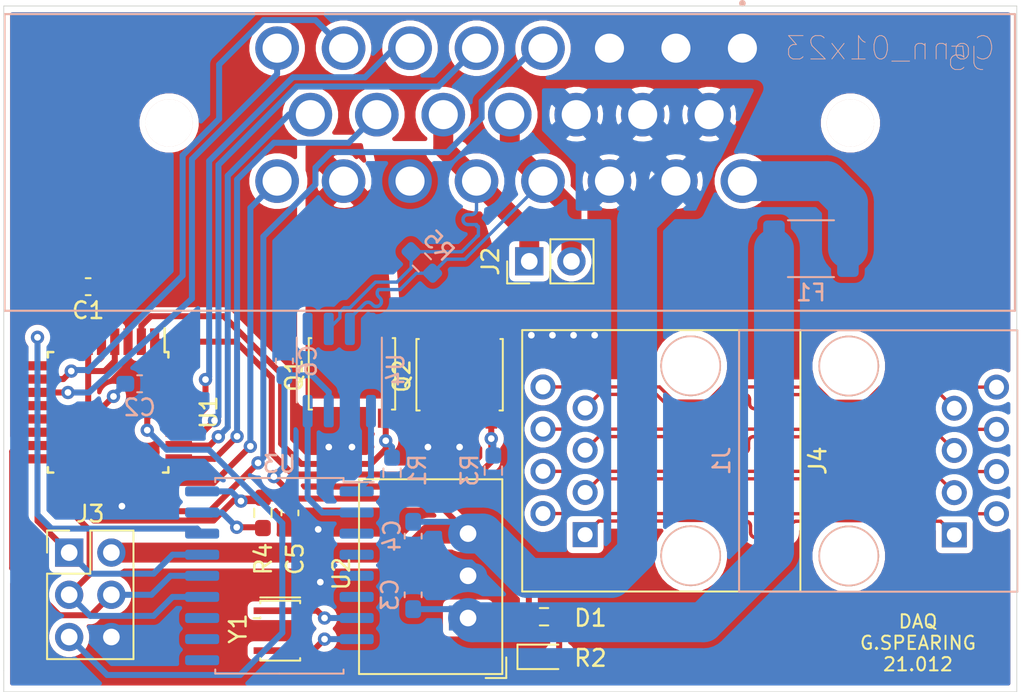
<source format=kicad_pcb>
(kicad_pcb (version 20171130) (host pcbnew 5.1.7-a382d34a8~88~ubuntu18.04.1)
  (layers (0 F.Cu signal) (31 B.Cu signal) (34 B.Paste user) (35 F.Paste user) (36 B.SilkS user) (37 F.SilkS user) (38 B.Mask user) (39 F.Mask user) (44 Edge.Cuts user))
  (net 0 "")
  (net 1 GND)
  (net 2 +5V)
  (net 3 "Net-(C2-Pad1)")
  (net 4 "Net-(C3-Pad1)")
  (net 5 "Net-(D1-Pad2)")
  (net 6 +12V)
  (net 7 /E1_P)
  (net 8 /E1_N)
  (net 9 /E2_P)
  (net 10 /E2_N)
  (net 11 /E3_P)
  (net 12 /E3_N)
  (net 13 /E4_P)
  (net 14 /E4_N)
  (net 15 /RESET)
  (net 16 /MOSI)
  (net 17 /SCK)
  (net 18 /MISO)
  (net 19 /BRAKE_OUT)
  (net 20 /SENSOR_2)
  (net 21 /SENSOR_1)
  (net 22 /DAMPER_R)
  (net 23 /DAMPER_L)
  (net 24 /WHEEL_R)
  (net 25 /WHEEL_L)
  (net 26 /FAN_OUT)
  (net 27 /BRAKE_SIG)
  (net 28 /FAN_SIG)
  (net 29 "Net-(R4-Pad2)")
  (net 30 /CAN_CS)
  (net 31 "Net-(U3-Pad8)")
  (net 32 "Net-(U3-Pad7)")
  (net 33 /CAN_Interface/RXCAN)
  (net 34 /CAN_Interface/TXCAN)
  (net 35 /CAN+)
  (net 36 /CAN-)
  (net 37 /SENSOR_6)
  (net 38 /SENSOR_5)
  (module Package_QFP:TQFP-32_7x7mm_P0.8mm (layer F.Cu) (at 118.042 94.937 270)
    (fp_text reference U1 (at 0 -6.05 90) (layer F.SilkS))
    (fp_text value ATmega328P-AU)
    (pad 32 smd rect (at -2.8 -4.25) (size 1.6 0.55) (layers F.Cu F.Paste F.Mask))
    (pad 31 smd rect (at -2 -4.25) (size 1.6 0.55) (layers F.Cu F.Paste F.Mask))
    (pad 30 smd rect (at -1.2 -4.25) (size 1.6 0.55) (layers F.Cu F.Paste F.Mask))
    (pad 29 smd rect (at -0.4 -4.25) (size 1.6 0.55) (layers F.Cu F.Paste F.Mask) (net 15 /RESET))
    (pad 28 smd rect (at 0.4 -4.25) (size 1.6 0.55) (layers F.Cu F.Paste F.Mask) (net 37 /SENSOR_6))
    (pad 27 smd rect (at 1.2 -4.25) (size 1.6 0.55) (layers F.Cu F.Paste F.Mask) (net 38 /SENSOR_5))
    (pad 26 smd rect (at 2 -4.25) (size 1.6 0.55) (layers F.Cu F.Paste F.Mask) (net 22 /DAMPER_R))
    (pad 25 smd rect (at 2.8 -4.25) (size 1.6 0.55) (layers F.Cu F.Paste F.Mask) (net 23 /DAMPER_L))
    (pad 24 smd rect (at 4.25 -2.8 270) (size 1.6 0.55) (layers F.Cu F.Paste F.Mask) (net 24 /WHEEL_R))
    (pad 23 smd rect (at 4.25 -2 270) (size 1.6 0.55) (layers F.Cu F.Paste F.Mask) (net 25 /WHEEL_L))
    (pad 22 smd rect (at 4.25 -1.2 270) (size 1.6 0.55) (layers F.Cu F.Paste F.Mask))
    (pad 21 smd rect (at 4.25 -0.4 270) (size 1.6 0.55) (layers F.Cu F.Paste F.Mask) (net 1 GND))
    (pad 20 smd rect (at 4.25 0.4 270) (size 1.6 0.55) (layers F.Cu F.Paste F.Mask) (net 3 "Net-(C2-Pad1)"))
    (pad 19 smd rect (at 4.25 1.2 270) (size 1.6 0.55) (layers F.Cu F.Paste F.Mask))
    (pad 18 smd rect (at 4.25 2 270) (size 1.6 0.55) (layers F.Cu F.Paste F.Mask) (net 2 +5V))
    (pad 17 smd rect (at 4.25 2.8 270) (size 1.6 0.55) (layers F.Cu F.Paste F.Mask) (net 17 /SCK))
    (pad 16 smd rect (at 2.8 4.25) (size 1.6 0.55) (layers F.Cu F.Paste F.Mask) (net 18 /MISO))
    (pad 15 smd rect (at 2 4.25) (size 1.6 0.55) (layers F.Cu F.Paste F.Mask) (net 16 /MOSI))
    (pad 14 smd rect (at 1.2 4.25) (size 1.6 0.55) (layers F.Cu F.Paste F.Mask))
    (pad 13 smd rect (at 0.4 4.25) (size 1.6 0.55) (layers F.Cu F.Paste F.Mask))
    (pad 12 smd rect (at -0.4 4.25) (size 1.6 0.55) (layers F.Cu F.Paste F.Mask))
    (pad 11 smd rect (at -1.2 4.25) (size 1.6 0.55) (layers F.Cu F.Paste F.Mask) (net 20 /SENSOR_2))
    (pad 10 smd rect (at -2 4.25) (size 1.6 0.55) (layers F.Cu F.Paste F.Mask) (net 21 /SENSOR_1))
    (pad 9 smd rect (at -2.8 4.25) (size 1.6 0.55) (layers F.Cu F.Paste F.Mask) (net 30 /CAN_CS))
    (pad 8 smd rect (at -4.25 2.8 270) (size 1.6 0.55) (layers F.Cu F.Paste F.Mask))
    (pad 7 smd rect (at -4.25 2 270) (size 1.6 0.55) (layers F.Cu F.Paste F.Mask))
    (pad 6 smd rect (at -4.25 1.2 270) (size 1.6 0.55) (layers F.Cu F.Paste F.Mask) (net 2 +5V))
    (pad 5 smd rect (at -4.25 0.4 270) (size 1.6 0.55) (layers F.Cu F.Paste F.Mask) (net 1 GND))
    (pad 4 smd rect (at -4.25 -0.4 270) (size 1.6 0.55) (layers F.Cu F.Paste F.Mask) (net 2 +5V))
    (pad 3 smd rect (at -4.25 -1.2 270) (size 1.6 0.55) (layers F.Cu F.Paste F.Mask) (net 1 GND))
    (pad 2 smd rect (at -4.25 -2 270) (size 1.6 0.55) (layers F.Cu F.Paste F.Mask) (net 27 /BRAKE_SIG))
    (pad 1 smd rect (at -4.25 -2.8 270) (size 1.6 0.55) (layers F.Cu F.Paste F.Mask) (net 28 /FAN_SIG))
  )
  (module Capacitor_SMD:C_0603_1608Metric_Pad1.08x0.95mm_HandSolder (layer F.Cu) (at 116.84 87.376 180)
    (fp_text reference C1 (at 0 -1.43) (layer F.SilkS))
    (fp_text value 0.1u)
    (pad 2 smd roundrect (at 0.8625 0 180) (size 1.075 0.95) (layers F.Cu F.Paste F.Mask) (net 1 GND))
    (pad 1 smd roundrect (at -0.8625 0 180) (size 1.075 0.95) (layers F.Cu F.Paste F.Mask) (net 2 +5V))
  )
  (module AERO_CUSTOM:RJ45_TE_5569284-1-8P8CX_Vertical (layer F.Cu) (at 146.7485 102.2985 90)
    (fp_text reference J4 (at 4.45 14 90) (layer F.SilkS))
    (fp_text value RJ45)
    (pad 8 thru_hole circle (at 8.89 -2.54 90) (size 1.5 1.5) (drill 0.9) (layers *.Cu *.Mask) (net 14 /E4_N))
    (pad 7 thru_hole circle (at 7.62 0 90) (size 1.5 1.5) (drill 0.9) (layers *.Cu *.Mask) (net 13 /E4_P))
    (pad 6 thru_hole circle (at 6.35 -2.54 90) (size 1.5 1.5) (drill 0.9) (layers *.Cu *.Mask) (net 12 /E3_N))
    (pad 5 thru_hole circle (at 5.08 0 90) (size 1.5 1.5) (drill 0.9) (layers *.Cu *.Mask) (net 11 /E3_P))
    (pad 4 thru_hole circle (at 3.81 -2.54 90) (size 1.5 1.5) (drill 0.9) (layers *.Cu *.Mask) (net 10 /E2_N))
    (pad 3 thru_hole circle (at 2.54 0 90) (size 1.5 1.5) (drill 0.9) (layers *.Cu *.Mask) (net 9 /E2_P))
    (pad 2 thru_hole circle (at 1.27 -2.54 90) (size 1.5 1.5) (drill 0.9) (layers *.Cu *.Mask) (net 8 /E1_N))
    (pad 1 thru_hole rect (at 0 0 90) (size 1.5 1.5) (drill 0.9) (layers *.Cu *.Mask) (net 7 /E1_P))
    (pad "" np_thru_hole circle (at -1.27 6.35 90) (size 3.65 3.65) (drill 3.45) (layers *.Cu *.SilkS *.Mask))
    (pad "" np_thru_hole circle (at 10.16 6.35 90) (size 3.65 3.65) (drill 3.45) (layers *.Cu *.SilkS *.Mask))
  )
  (module Resistor_SMD:R_0603_1608Metric_Pad0.98x0.95mm_HandSolder (layer F.Cu) (at 127.3556 100.9885 270)
    (fp_text reference R4 (at 2.7705 -0.0254 270) (layer F.SilkS))
    (fp_text value 10K)
    (pad 2 smd roundrect (at 0.9125 0 270) (size 0.975 0.95) (layers F.Cu F.Paste F.Mask) (net 29 "Net-(R4-Pad2)"))
    (pad 1 smd roundrect (at -0.9125 0 270) (size 0.975 0.95) (layers F.Cu F.Paste F.Mask) (net 2 +5V))
  )
  (module AERO_CUSTOM:TE_1-770669-1_23pin_Horizontal (layer B.Cu) (at 156.21 73.025 180)
    (fp_text reference J5 (at -13.462 -0.635) (layer B.SilkS) (effects (font (size 1.4012 1.4012) (thickness 0.05)) (justify mirror)))
    (fp_text value Conn_01x23 (at -8.89 0) (layer B.SilkS) (effects (font (size 1.40221 1.40221) (thickness 0.05)) (justify mirror)))
    (pad 22 thru_hole circle (at 24 -8 180) (size 2.625 2.625) (drill 1.75) (layers *.Cu *.Mask) (net 19 /BRAKE_OUT))
    (pad 21 thru_hole circle (at 20 -8 180) (size 2.625 2.625) (drill 1.75) (layers *.Cu *.Mask) (net 26 /FAN_OUT))
    (pad 20 thru_hole circle (at 16 -8 180) (size 2.625 2.625) (drill 1.75) (layers *.Cu *.Mask) (net 36 /CAN-))
    (pad 19 thru_hole circle (at 12 -8 180) (size 2.625 2.625) (drill 1.75) (layers *.Cu *.Mask) (net 35 /CAN+))
    (pad 18 thru_hole circle (at 8 -8 180) (size 2.625 2.625) (drill 1.75) (layers *.Cu *.Mask) (net 2 +5V))
    (pad 17 thru_hole circle (at 4 -8 180) (size 2.625 2.625) (drill 1.75) (layers *.Cu *.Mask) (net 2 +5V))
    (pad 14 thru_hole circle (at 22 -4 180) (size 2.625 2.625) (drill 1.75) (layers *.Cu *.Mask) (net 23 /DAMPER_L))
    (pad 13 thru_hole circle (at 18 -4 180) (size 2.625 2.625) (drill 1.75) (layers *.Cu *.Mask) (net 36 /CAN-))
    (pad 12 thru_hole circle (at 14 -4 180) (size 2.625 2.625) (drill 1.75) (layers *.Cu *.Mask) (net 35 /CAN+))
    (pad 11 thru_hole circle (at 10 -4 180) (size 2.625 2.625) (drill 1.75) (layers *.Cu *.Mask) (net 2 +5V))
    (pad 10 thru_hole circle (at 6 -4 180) (size 2.625 2.625) (drill 1.75) (layers *.Cu *.Mask) (net 2 +5V))
    (pad 7 thru_hole circle (at 24 0 180) (size 2.625 2.625) (drill 1.75) (layers *.Cu *.Mask) (net 21 /SENSOR_1))
    (pad 6 thru_hole circle (at 20 0 180) (size 2.625 2.625) (drill 1.75) (layers *.Cu *.Mask) (net 37 /SENSOR_6))
    (pad 5 thru_hole circle (at 16 0 180) (size 2.625 2.625) (drill 1.75) (layers *.Cu *.Mask) (net 38 /SENSOR_5))
    (pad 4 thru_hole circle (at 12 0 180) (size 2.625 2.625) (drill 1.75) (layers *.Cu *.Mask) (net 25 /WHEEL_L))
    (pad 3 thru_hole circle (at 8 0 180) (size 2.625 2.625) (drill 1.75) (layers *.Cu *.Mask) (net 1 GND))
    (pad 2 thru_hole circle (at 4 0 180) (size 2.625 2.625) (drill 1.75) (layers *.Cu *.Mask) (net 1 GND))
    (pad 23 thru_hole circle (at 28 -8 180) (size 2.625 2.625) (drill 1.75) (layers *.Cu *.Mask) (net 24 /WHEEL_R))
    (pad 16 thru_hole circle (at 0 -8 180) (size 2.625 2.625) (drill 1.75) (layers *.Cu *.Mask) (net 6 +12V))
    (pad 15 thru_hole circle (at 26 -4 180) (size 2.625 2.625) (drill 1.75) (layers *.Cu *.Mask) (net 22 /DAMPER_R))
    (pad 9 thru_hole circle (at 2 -4 180) (size 2.625 2.625) (drill 1.75) (layers *.Cu *.Mask) (net 2 +5V))
    (pad 8 thru_hole circle (at 28 0 180) (size 2.625 2.625) (drill 1.75) (layers *.Cu *.Mask) (net 20 /SENSOR_2))
    (pad 1 thru_hole rect (at 0 0 180) (size 2.625 2.625) (drill 1.75) (layers *.Cu *.Mask) (net 1 GND))
    (pad Hole np_thru_hole circle (at 34.5 -4.5 180) (size 2.85 2.85) (drill 2.85) (layers *.Cu *.Mask B.SilkS))
    (pad Hole np_thru_hole circle (at -6.5 -4.5 180) (size 2.85 2.85) (drill 2.85) (layers *.Cu *.Mask B.SilkS))
  )
  (module AERO_CUSTOM:RJ45_TE_5569284-1-8P8CX_Vertical (layer B.Cu) (at 168.9608 102.3112 90)
    (fp_text reference J1 (at 4.45 -14 90) (layer B.SilkS) (effects (justify mirror)))
    (fp_text value RJ45)
    (pad "" np_thru_hole circle (at 10.16 -6.35 90) (size 3.65 3.65) (drill 3.45) (layers *.Cu *.SilkS *.Mask))
    (pad "" np_thru_hole circle (at -1.27 -6.35 90) (size 3.65 3.65) (drill 3.45) (layers *.Cu *.SilkS *.Mask))
    (pad 1 thru_hole rect (at 0 0 90) (size 1.5 1.5) (drill 0.9) (layers *.Cu *.Mask) (net 7 /E1_P))
    (pad 2 thru_hole circle (at 1.27 2.54 90) (size 1.5 1.5) (drill 0.9) (layers *.Cu *.Mask) (net 8 /E1_N))
    (pad 3 thru_hole circle (at 2.54 0 90) (size 1.5 1.5) (drill 0.9) (layers *.Cu *.Mask) (net 9 /E2_P))
    (pad 4 thru_hole circle (at 3.81 2.54 90) (size 1.5 1.5) (drill 0.9) (layers *.Cu *.Mask) (net 10 /E2_N))
    (pad 5 thru_hole circle (at 5.08 0 90) (size 1.5 1.5) (drill 0.9) (layers *.Cu *.Mask) (net 11 /E3_P))
    (pad 6 thru_hole circle (at 6.35 2.54 90) (size 1.5 1.5) (drill 0.9) (layers *.Cu *.Mask) (net 12 /E3_N))
    (pad 7 thru_hole circle (at 7.62 0 90) (size 1.5 1.5) (drill 0.9) (layers *.Cu *.Mask) (net 13 /E4_P))
    (pad 8 thru_hole circle (at 8.89 2.54 90) (size 1.5 1.5) (drill 0.9) (layers *.Cu *.Mask) (net 14 /E4_N))
  )
  (module AERO_CUSTOM:Resonator_SMD_muRata_CSTxExxV-3Pin_3.0x1.1mm_HandSoldering (layer F.Cu) (at 128.397 108.077 270)
    (fp_text reference Y1 (at -0.127 2.54 270) (layer F.SilkS))
    (fp_text value 16MHz)
    (pad 3 smd rect (at 1.2 0 270) (size 0.4 3.2) (layers F.Cu F.Paste F.Mask) (net 31 "Net-(U3-Pad8)"))
    (pad 2 smd rect (at 0 0 270) (size 0.4 3.2) (layers F.Cu F.Paste F.Mask) (net 1 GND))
    (pad 1 smd rect (at -1.2 0 270) (size 0.4 3.2) (layers F.Cu F.Paste F.Mask) (net 32 "Net-(U3-Pad7)"))
  )
  (module Package_SO:SOIC-8_3.9x4.9mm_P1.27mm (layer B.Cu) (at 131.953 92.391 90)
    (fp_text reference U4 (at 0 3.4 270) (layer B.SilkS) (effects (justify mirror)))
    (fp_text value MCP2551-I-SN)
    (pad 8 smd roundrect (at 2.475 1.905 90) (size 1.95 0.6) (layers B.Cu B.Paste B.Mask) (net 1 GND))
    (pad 7 smd roundrect (at 2.475 0.635 90) (size 1.95 0.6) (layers B.Cu B.Paste B.Mask) (net 35 /CAN+))
    (pad 6 smd roundrect (at 2.475 -0.635 90) (size 1.95 0.6) (layers B.Cu B.Paste B.Mask) (net 36 /CAN-))
    (pad 5 smd roundrect (at 2.475 -1.905 90) (size 1.95 0.6) (layers B.Cu B.Paste B.Mask))
    (pad 4 smd roundrect (at -2.475 -1.905 90) (size 1.95 0.6) (layers B.Cu B.Paste B.Mask) (net 33 /CAN_Interface/RXCAN))
    (pad 3 smd roundrect (at -2.475 -0.635 90) (size 1.95 0.6) (layers B.Cu B.Paste B.Mask) (net 2 +5V))
    (pad 2 smd roundrect (at -2.475 0.635 90) (size 1.95 0.6) (layers B.Cu B.Paste B.Mask) (net 1 GND))
    (pad 1 smd roundrect (at -2.475 1.905 90) (size 1.95 0.6) (layers B.Cu B.Paste B.Mask) (net 34 /CAN_Interface/TXCAN))
  )
  (module Package_SO:SOIC-18W_7.5x11.6mm_P1.27mm (layer B.Cu) (at 128.348 104.775 180)
    (fp_text reference U3 (at 0 6.72 180) (layer B.SilkS) (effects (justify mirror)))
    (fp_text value MCP2515-xSO)
    (pad 18 smd roundrect (at 4.65 5.08 180) (size 2.05 0.6) (layers B.Cu B.Paste B.Mask) (net 2 +5V))
    (pad 17 smd roundrect (at 4.65 3.81 180) (size 2.05 0.6) (layers B.Cu B.Paste B.Mask) (net 29 "Net-(R4-Pad2)"))
    (pad 16 smd roundrect (at 4.65 2.54 180) (size 2.05 0.6) (layers B.Cu B.Paste B.Mask) (net 30 /CAN_CS))
    (pad 15 smd roundrect (at 4.65 1.27 180) (size 2.05 0.6) (layers B.Cu B.Paste B.Mask) (net 18 /MISO))
    (pad 14 smd roundrect (at 4.65 0 180) (size 2.05 0.6) (layers B.Cu B.Paste B.Mask) (net 16 /MOSI))
    (pad 13 smd roundrect (at 4.65 -1.27 180) (size 2.05 0.6) (layers B.Cu B.Paste B.Mask) (net 17 /SCK))
    (pad 12 smd roundrect (at 4.65 -2.54 180) (size 2.05 0.6) (layers B.Cu B.Paste B.Mask))
    (pad 11 smd roundrect (at 4.65 -3.81 180) (size 2.05 0.6) (layers B.Cu B.Paste B.Mask))
    (pad 10 smd roundrect (at 4.65 -5.08 180) (size 2.05 0.6) (layers B.Cu B.Paste B.Mask))
    (pad 9 smd roundrect (at -4.65 -5.08 180) (size 2.05 0.6) (layers B.Cu B.Paste B.Mask) (net 1 GND))
    (pad 8 smd roundrect (at -4.65 -3.81 180) (size 2.05 0.6) (layers B.Cu B.Paste B.Mask) (net 31 "Net-(U3-Pad8)"))
    (pad 7 smd roundrect (at -4.65 -2.54 180) (size 2.05 0.6) (layers B.Cu B.Paste B.Mask) (net 32 "Net-(U3-Pad7)"))
    (pad 6 smd roundrect (at -4.65 -1.27 180) (size 2.05 0.6) (layers B.Cu B.Paste B.Mask))
    (pad 5 smd roundrect (at -4.65 0 180) (size 2.05 0.6) (layers B.Cu B.Paste B.Mask))
    (pad 4 smd roundrect (at -4.65 1.27 180) (size 2.05 0.6) (layers B.Cu B.Paste B.Mask))
    (pad 3 smd roundrect (at -4.65 2.54 180) (size 2.05 0.6) (layers B.Cu B.Paste B.Mask))
    (pad 2 smd roundrect (at -4.65 3.81 180) (size 2.05 0.6) (layers B.Cu B.Paste B.Mask) (net 33 /CAN_Interface/RXCAN))
    (pad 1 smd roundrect (at -4.65 5.08 180) (size 2.05 0.6) (layers B.Cu B.Paste B.Mask) (net 34 /CAN_Interface/TXCAN))
  )
  (module Converter_DCDC:Converter_DCDC_RECOM_R-78E-0.5_THT (layer F.Cu) (at 139.7 107.315 90)
    (fp_text reference U2 (at 2.667 -7.62 90) (layer F.SilkS))
    (fp_text value R-785.0-1.0)
    (pad 3 thru_hole oval (at 5.08 0 90) (size 1.5 2.3) (drill 1) (layers *.Cu *.Mask) (net 2 +5V))
    (pad 2 thru_hole oval (at 2.54 0 90) (size 1.5 2.3) (drill 1) (layers *.Cu *.Mask) (net 1 GND))
    (pad 1 thru_hole rect (at 0 0 90) (size 1.5 2.3) (drill 1) (layers *.Cu *.Mask) (net 4 "Net-(C3-Pad1)"))
  )
  (module Resistor_SMD:R_0603_1608Metric_Pad0.98x0.95mm_HandSolder (layer B.Cu) (at 136.921165 85.917965 135)
    (fp_text reference R5 (at 0 1.43 135) (layer B.SilkS) (effects (justify mirror)))
    (fp_text value 120)
    (pad 2 smd roundrect (at 0.9125 0 135) (size 0.975 0.95) (layers B.Cu B.Paste B.Mask) (net 36 /CAN-))
    (pad 1 smd roundrect (at -0.9125 0 135) (size 0.975 0.95) (layers B.Cu B.Paste B.Mask) (net 35 /CAN+))
  )
  (module Resistor_SMD:R_0603_1608Metric_Pad0.98x0.95mm_HandSolder (layer B.Cu) (at 141.224 98.4485 270)
    (fp_text reference R3 (at -0.0235 1.43 270) (layer B.SilkS) (effects (justify mirror)))
    (fp_text value 10K)
    (pad 2 smd roundrect (at 0.9125 0 270) (size 0.975 0.95) (layers B.Cu B.Paste B.Mask) (net 1 GND))
    (pad 1 smd roundrect (at -0.9125 0 270) (size 0.975 0.95) (layers B.Cu B.Paste B.Mask) (net 28 /FAN_SIG))
  )
  (module Resistor_SMD:R_0603_1608Metric_Pad0.98x0.95mm_HandSolder (layer F.Cu) (at 144.272 107.2388 180)
    (fp_text reference R2 (at -2.794 -2.4892) (layer F.SilkS))
    (fp_text value 330)
    (pad 2 smd roundrect (at 0.9125 0 180) (size 0.975 0.95) (layers F.Cu F.Paste F.Mask) (net 2 +5V))
    (pad 1 smd roundrect (at -0.9125 0 180) (size 0.975 0.95) (layers F.Cu F.Paste F.Mask) (net 5 "Net-(D1-Pad2)"))
  )
  (module Resistor_SMD:R_0603_1608Metric_Pad0.98x0.95mm_HandSolder (layer B.Cu) (at 135.128 98.5755 270)
    (fp_text reference R1 (at -0.1505 -1.524 270) (layer B.SilkS) (effects (justify mirror)))
    (fp_text value 10K)
    (pad 2 smd roundrect (at 0.9125 0 270) (size 0.975 0.95) (layers B.Cu B.Paste B.Mask) (net 1 GND))
    (pad 1 smd roundrect (at -0.9125 0 270) (size 0.975 0.95) (layers B.Cu B.Paste B.Mask) (net 27 /BRAKE_SIG))
  )
  (module Package_TO_SOT_SMD:LFPAK56 (layer F.Cu) (at 139.192 92.51 90)
    (fp_text reference Q2 (at -0.245 -3.48 90) (layer F.SilkS))
    (fp_text value PSMN5R2-60YL)
    (pad 5 smd custom (at 0.435 0 90) (size 3.3 4.2) (layers F.Cu F.Mask) (net 26 /FAN_OUT) (options (clearance outline) (anchor rect)) (primitives (gr_poly (pts (xy 1.425 -2.35) (xy 2.975 -2.35) (xy 2.975 2.35) (xy 1.425 2.35)) (width 0))))
    (pad 4 smd rect (at -2.835 1.91) (size 0.7 1.15) (layers F.Cu F.Paste F.Mask) (net 28 /FAN_SIG))
    (pad 3 smd rect (at -2.835 0.64) (size 0.7 1.15) (layers F.Cu F.Paste F.Mask) (net 1 GND))
    (pad 1 smd rect (at -2.835 -1.91) (size 0.7 1.15) (layers F.Cu F.Paste F.Mask) (net 1 GND))
    (pad 2 smd rect (at -2.835 -0.64) (size 0.7 1.15) (layers F.Cu F.Paste F.Mask) (net 1 GND))
  )
  (module Package_TO_SOT_SMD:LFPAK56 (layer F.Cu) (at 132.715 92.456 90)
    (fp_text reference Q1 (at -0.245 -3.48 90) (layer F.SilkS))
    (fp_text value PSMN5R2-60YL)
    (pad 5 smd custom (at 0.435 0 90) (size 3.3 4.2) (layers F.Cu F.Mask) (net 19 /BRAKE_OUT) (options (clearance outline) (anchor rect)) (primitives (gr_poly (pts (xy 1.425 -2.35) (xy 2.975 -2.35) (xy 2.975 2.35) (xy 1.425 2.35)) (width 0))))
    (pad 4 smd rect (at -2.835 1.91) (size 0.7 1.15) (layers F.Cu F.Paste F.Mask) (net 27 /BRAKE_SIG))
    (pad 3 smd rect (at -2.835 0.64) (size 0.7 1.15) (layers F.Cu F.Paste F.Mask) (net 1 GND))
    (pad 1 smd rect (at -2.835 -1.91) (size 0.7 1.15) (layers F.Cu F.Paste F.Mask) (net 1 GND))
    (pad 2 smd rect (at -2.835 -0.64) (size 0.7 1.15) (layers F.Cu F.Paste F.Mask) (net 1 GND))
  )
  (module Connector_PinHeader_2.54mm:PinHeader_2x03_P2.54mm_Vertical (layer F.Cu) (at 115.697 103.378)
    (fp_text reference J3 (at 1.27 -2.33) (layer F.SilkS))
    (fp_text value Conn_02x03_Odd_Even)
    (pad 6 thru_hole oval (at 2.54 5.08) (size 1.7 1.7) (drill 1) (layers *.Cu *.Mask) (net 1 GND))
    (pad 5 thru_hole oval (at 0 5.08) (size 1.7 1.7) (drill 1) (layers *.Cu *.Mask) (net 15 /RESET))
    (pad 4 thru_hole oval (at 2.54 2.54) (size 1.7 1.7) (drill 1) (layers *.Cu *.Mask) (net 16 /MOSI))
    (pad 3 thru_hole oval (at 0 2.54) (size 1.7 1.7) (drill 1) (layers *.Cu *.Mask) (net 17 /SCK))
    (pad 2 thru_hole oval (at 2.54 0) (size 1.7 1.7) (drill 1) (layers *.Cu *.Mask) (net 2 +5V))
    (pad 1 thru_hole rect (at 0 0) (size 1.7 1.7) (drill 1) (layers *.Cu *.Mask) (net 18 /MISO))
  )
  (module Connector_PinHeader_2.54mm:PinHeader_1x02_P2.54mm_Vertical (layer F.Cu) (at 143.383 85.852 90)
    (fp_text reference J2 (at 0 -2.33 90) (layer F.SilkS))
    (fp_text value Conn_01x02)
    (pad 2 thru_hole oval (at 0 2.54 90) (size 1.7 1.7) (drill 1) (layers *.Cu *.Mask) (net 35 /CAN+))
    (pad 1 thru_hole rect (at 0 0 90) (size 1.7 1.7) (drill 1) (layers *.Cu *.Mask) (net 36 /CAN-))
  )
  (module Fuse:Fuse_1812_4532Metric_Pad1.30x3.40mm_HandSolder (layer B.Cu) (at 160.335 85.09)
    (fp_text reference F1 (at 0 2.65 180) (layer B.SilkS) (effects (justify mirror)))
    (fp_text value MF-MSMF050)
    (pad 2 smd roundrect (at 2.225 0) (size 1.3 3.4) (layers B.Cu B.Paste B.Mask) (roundrect_rratio 0.192308) (net 6 +12V))
    (pad 1 smd roundrect (at -2.225 0) (size 1.3 3.4) (layers B.Cu B.Paste B.Mask) (roundrect_rratio 0.192308) (net 4 "Net-(C3-Pad1)"))
  )
  (module LED_SMD:LED_0603_1608Metric_Pad1.05x0.95mm_HandSolder (layer F.Cu) (at 144.3342 109.6518)
    (fp_text reference D1 (at 2.7318 -2.3368) (layer F.SilkS))
    (fp_text value LED)
    (pad 2 smd roundrect (at 0.875 0) (size 1.05 0.95) (layers F.Cu F.Paste F.Mask) (net 5 "Net-(D1-Pad2)"))
    (pad 1 smd roundrect (at -0.875 0) (size 1.05 0.95) (layers F.Cu F.Paste F.Mask) (net 1 GND))
  )
  (module Capacitor_SMD:C_0603_1608Metric_Pad1.08x0.95mm_HandSolder (layer B.Cu) (at 128.651 91.8475 90)
    (fp_text reference C6 (at 0 1.43 90) (layer B.SilkS) (effects (justify mirror)))
    (fp_text value 0.1u)
    (pad 2 smd roundrect (at 0.8625 0 90) (size 1.075 0.95) (layers B.Cu B.Paste B.Mask) (net 1 GND))
    (pad 1 smd roundrect (at -0.8625 0 90) (size 1.075 0.95) (layers B.Cu B.Paste B.Mask) (net 2 +5V))
  )
  (module Capacitor_SMD:C_0603_1608Metric_Pad1.08x0.95mm_HandSolder (layer F.Cu) (at 128.9812 100.9915 270)
    (fp_text reference C5 (at 2.7675 -0.3048 270) (layer F.SilkS))
    (fp_text value 0.1u)
    (pad 2 smd roundrect (at 0.8625 0 270) (size 1.075 0.95) (layers F.Cu F.Paste F.Mask) (net 1 GND))
    (pad 1 smd roundrect (at -0.8625 0 270) (size 1.075 0.95) (layers F.Cu F.Paste F.Mask) (net 2 +5V))
  )
  (module Capacitor_SMD:C_0603_1608Metric_Pad1.08x0.95mm_HandSolder (layer B.Cu) (at 136.398 102.3885 270)
    (fp_text reference C4 (at -0.0265 1.27 270) (layer B.SilkS) (effects (justify mirror)))
    (fp_text value 10u)
    (pad 2 smd roundrect (at 0.8625 0 270) (size 1.075 0.95) (layers B.Cu B.Paste B.Mask) (net 1 GND))
    (pad 1 smd roundrect (at -0.8625 0 270) (size 1.075 0.95) (layers B.Cu B.Paste B.Mask) (net 2 +5V))
  )
  (module Capacitor_SMD:C_0603_1608Metric_Pad1.08x0.95mm_HandSolder (layer B.Cu) (at 136.398 105.918 90)
    (fp_text reference C3 (at 0 -1.397 270) (layer B.SilkS) (effects (justify mirror)))
    (fp_text value 1u)
    (pad 2 smd roundrect (at 0.8625 0 90) (size 1.075 0.95) (layers B.Cu B.Paste B.Mask) (net 1 GND))
    (pad 1 smd roundrect (at -0.8625 0 90) (size 1.075 0.95) (layers B.Cu B.Paste B.Mask) (net 4 "Net-(C3-Pad1)"))
  )
  (module Capacitor_SMD:C_0603_1608Metric_Pad1.08x0.95mm_HandSolder (layer B.Cu) (at 119.9377 93.218)
    (fp_text reference C2 (at 0 1.43) (layer B.SilkS) (effects (justify mirror)))
    (fp_text value 0.1u)
    (pad 2 smd roundrect (at 0.8625 0) (size 1.075 0.95) (layers B.Cu B.Paste B.Mask) (net 1 GND))
    (pad 1 smd roundrect (at -0.8625 0) (size 1.075 0.95) (layers B.Cu B.Paste B.Mask) (net 3 "Net-(C2-Pad1)"))
  )
  (gr_text "DAQ\nG.SPEARING\n21.012" (at 166.7764 108.8136) (layer F.SilkS) (effects (font (size 0.8 0.8) (thickness 0.12))))
  (gr_line (start 111.76 70.485) (end 111.76 71.12) (layer Edge.Cuts) (width 0.05))
  (gr_line (start 172.72 70.485) (end 111.76 70.485) (layer Edge.Cuts) (width 0.05))
  (gr_line (start 172.72 111.76) (end 172.72 70.485) (layer Edge.Cuts) (width 0.05))
  (gr_line (start 111.76 111.76) (end 172.72 111.76) (layer Edge.Cuts) (width 0.05))
  (gr_line (start 111.76 110.49) (end 111.76 111.76) (layer Edge.Cuts) (width 0.05))
  (gr_line (start 111.76 71.12) (end 111.76 110.49) (layer Edge.Cuts) (width 0.05))
  (via (at 130.683 101.981) (size 0.8) (drill 0.4) (layers F.Cu B.Cu) (net 1))
  (via (at 130.81 105.156) (size 0.8) (drill 0.4) (layers F.Cu B.Cu) (net 1))
  (via (at 143.51 90.297) (size 0.8) (drill 0.4) (layers F.Cu B.Cu) (net 1))
  (via (at 144.78 90.297) (size 0.8) (drill 0.4) (layers F.Cu B.Cu) (net 1))
  (via (at 146.05 90.297) (size 0.8) (drill 0.4) (layers F.Cu B.Cu) (net 1))
  (via (at 147.32 90.297) (size 0.8) (drill 0.4) (layers F.Cu B.Cu) (net 1))
  (via (at 139.192 97.028) (size 0.8) (drill 0.4) (layers F.Cu B.Cu) (net 1))
  (via (at 137.287 97.028) (size 0.8) (drill 0.4) (layers F.Cu B.Cu) (net 1))
  (via (at 132.715 97.028) (size 0.8) (drill 0.4) (layers F.Cu B.Cu) (net 1))
  (via (at 131.318 97.028) (size 0.8) (drill 0.4) (layers F.Cu B.Cu) (net 1))
  (segment (start 117.642 90.687) (end 117.642 89.622) (width 0.36) (layer F.Cu) (net 1))
  (segment (start 117.642 89.622) (end 118.364 88.9) (width 0.36) (layer F.Cu) (net 1))
  (segment (start 118.364 88.9) (end 118.872 88.9) (width 0.36) (layer F.Cu) (net 1))
  (segment (start 119.242 89.27) (end 119.242 90.687) (width 0.36) (layer F.Cu) (net 1))
  (segment (start 118.872 88.9) (end 119.242 89.27) (width 0.36) (layer F.Cu) (net 1))
  (via (at 118.872 100.584) (size 0.8) (drill 0.4) (layers F.Cu B.Cu) (net 1))
  (segment (start 128.651 92.71) (end 130.302 92.71) (width 0.36) (layer B.Cu) (net 2))
  (segment (start 131.318 93.726) (end 131.318 94.866) (width 0.36) (layer B.Cu) (net 2))
  (segment (start 130.302 92.71) (end 131.318 93.726) (width 0.36) (layer B.Cu) (net 2))
  (segment (start 138.991 101.526) (end 139.7 102.235) (width 0.36) (layer B.Cu) (net 2))
  (segment (start 136.398 101.526) (end 138.991 101.526) (width 0.36) (layer B.Cu) (net 2))
  (segment (start 123.698 99.695) (end 125.4506 99.695) (width 0.36) (layer B.Cu) (net 2))
  (via (at 126.0348 100.2792) (size 0.8) (drill 0.4) (layers F.Cu B.Cu) (net 2))
  (segment (start 125.4506 99.695) (end 126.0348 100.2792) (width 0.36) (layer B.Cu) (net 2))
  (segment (start 127.1524 100.2792) (end 127.3556 100.076) (width 0.36) (layer F.Cu) (net 2))
  (segment (start 126.0348 100.2792) (end 127.1524 100.2792) (width 0.36) (layer F.Cu) (net 2))
  (segment (start 128.9282 100.076) (end 128.9812 100.129) (width 0.36) (layer F.Cu) (net 2))
  (segment (start 127.3556 100.076) (end 128.9282 100.076) (width 0.36) (layer F.Cu) (net 2))
  (segment (start 128.9812 100.129) (end 128.9812 99.7712) (width 0.36) (layer F.Cu) (net 2))
  (via (at 128.016 98.806) (size 0.8) (drill 0.4) (layers F.Cu B.Cu) (net 2))
  (segment (start 128.9812 99.7712) (end 128.016 98.806) (width 0.36) (layer F.Cu) (net 2))
  (segment (start 128.651 98.171) (end 128.651 92.71) (width 0.36) (layer B.Cu) (net 2))
  (segment (start 128.016 98.806) (end 128.651 98.171) (width 0.36) (layer B.Cu) (net 2))
  (segment (start 137.594 100.129) (end 139.7 102.235) (width 0.36) (layer F.Cu) (net 2))
  (segment (start 128.9812 100.129) (end 137.594 100.129) (width 0.36) (layer F.Cu) (net 2))
  (segment (start 136.207 103.378) (end 118.237 103.378) (width 1.2) (layer F.Cu) (net 2))
  (segment (start 139.7 102.235) (end 137.35 102.235) (width 1.2) (layer F.Cu) (net 2))
  (segment (start 137.35 102.235) (end 136.207 103.378) (width 1.2) (layer F.Cu) (net 2))
  (segment (start 149.873499 103.364501) (end 148.336 104.902) (width 2.4) (layer B.Cu) (net 2))
  (segment (start 152.21 81.025) (end 149.873499 83.361501) (width 2.4) (layer B.Cu) (net 2))
  (segment (start 149.873499 83.361501) (end 149.873499 103.364501) (width 2.4) (layer B.Cu) (net 2))
  (segment (start 140.600573 102.235) (end 139.7 102.235) (width 2.4) (layer B.Cu) (net 2))
  (segment (start 148.336 104.902) (end 143.267573 104.902) (width 2.4) (layer B.Cu) (net 2))
  (segment (start 143.267573 104.902) (end 140.600573 102.235) (width 2.4) (layer B.Cu) (net 2))
  (segment (start 143.3595 105.8945) (end 139.7 102.235) (width 0.36) (layer F.Cu) (net 2))
  (segment (start 143.3595 107.2388) (end 143.3595 105.8945) (width 0.36) (layer F.Cu) (net 2))
  (segment (start 117.19681 101.44881) (end 116.042 100.294) (width 0.36) (layer F.Cu) (net 2))
  (segment (start 116.042 100.294) (end 116.042 99.187) (width 0.36) (layer F.Cu) (net 2))
  (segment (start 124.387163 101.44881) (end 117.19681 101.44881) (width 0.36) (layer F.Cu) (net 2))
  (segment (start 128.9812 100.129) (end 125.706973 100.129) (width 0.36) (layer F.Cu) (net 2))
  (segment (start 125.706973 100.129) (end 124.387163 101.44881) (width 0.36) (layer F.Cu) (net 2))
  (segment (start 116.042 99.187) (end 116.042 97.826) (width 0.36) (layer F.Cu) (net 2))
  (segment (start 116.842 97.026) (end 116.042 97.826) (width 0.36) (layer F.Cu) (net 2))
  (segment (start 116.842 88.2365) (end 116.842 90.687) (width 0.36) (layer F.Cu) (net 2))
  (segment (start 117.7025 87.376) (end 116.842 88.2365) (width 0.36) (layer F.Cu) (net 2))
  (segment (start 117.835 92.454) (end 116.842 92.454) (width 0.36) (layer F.Cu) (net 2))
  (segment (start 118.442 91.847) (end 117.835 92.454) (width 0.36) (layer F.Cu) (net 2))
  (segment (start 116.842 90.687) (end 116.842 92.454) (width 0.36) (layer F.Cu) (net 2))
  (segment (start 118.442 90.687) (end 118.442 91.847) (width 0.36) (layer F.Cu) (net 2))
  (segment (start 116.842 92.454) (end 116.842 97.026) (width 0.36) (layer F.Cu) (net 2))
  (segment (start 117.642 99.187) (end 117.642 94.702) (width 0.36) (layer F.Cu) (net 3))
  (via (at 118.364 93.98) (size 0.8) (drill 0.4) (layers F.Cu B.Cu) (net 3))
  (segment (start 117.642 94.702) (end 118.364 93.98) (width 0.36) (layer F.Cu) (net 3))
  (segment (start 118.364 93.9292) (end 119.0752 93.218) (width 0.36) (layer B.Cu) (net 3))
  (segment (start 118.364 93.98) (end 118.364 93.9292) (width 0.36) (layer B.Cu) (net 3))
  (segment (start 139.1655 106.7805) (end 139.7 107.315) (width 0.36) (layer B.Cu) (net 4))
  (segment (start 136.398 106.7805) (end 139.1655 106.7805) (width 0.36) (layer B.Cu) (net 4))
  (segment (start 158.11 103.330002) (end 153.871002 107.569) (width 2.4) (layer B.Cu) (net 4))
  (segment (start 158.11 85.09) (end 158.11 103.330002) (width 2.4) (layer B.Cu) (net 4))
  (segment (start 139.954 107.569) (end 139.7 107.315) (width 2.4) (layer B.Cu) (net 4))
  (segment (start 153.871002 107.569) (end 139.954 107.569) (width 2.4) (layer B.Cu) (net 4))
  (segment (start 145.1845 109.6271) (end 145.2092 109.6518) (width 0.36) (layer F.Cu) (net 5))
  (segment (start 145.1845 107.2388) (end 145.1845 109.6271) (width 0.36) (layer F.Cu) (net 5))
  (segment (start 156.21 81.025) (end 161.289 81.025) (width 2.4) (layer B.Cu) (net 6))
  (segment (start 162.56 82.296) (end 162.56 85.09) (width 2.4) (layer B.Cu) (net 6))
  (segment (start 161.289 81.025) (end 162.56 82.296) (width 2.4) (layer B.Cu) (net 6))
  (segment (start 168.1408 101.4912) (end 168.9608 102.3112) (width 0.2) (layer F.Cu) (net 7))
  (segment (start 163.630801 101.456199) (end 163.665802 101.4912) (width 0.2) (layer F.Cu) (net 7))
  (segment (start 159.4595 101.4912) (end 161.555798 101.4912) (width 0.2) (layer F.Cu) (net 7))
  (segment (start 159.329334 101.520909) (end 159.392743 101.498721) (width 0.2) (layer F.Cu) (net 7))
  (segment (start 159.272453 101.55665) (end 159.329334 101.520909) (width 0.2) (layer F.Cu) (net 7))
  (segment (start 159.22495 101.604153) (end 159.272453 101.55665) (width 0.2) (layer F.Cu) (net 7))
  (segment (start 159.189209 101.661034) (end 159.22495 101.604153) (width 0.2) (layer F.Cu) (net 7))
  (segment (start 159.1595 101.7912) (end 159.167021 101.724443) (width 0.2) (layer F.Cu) (net 7))
  (segment (start 163.665802 101.4912) (end 168.1408 101.4912) (width 0.2) (layer F.Cu) (net 7))
  (segment (start 159.1595 102.184155) (end 159.1595 101.7912) (width 0.2) (layer F.Cu) (net 7))
  (segment (start 159.151978 102.250911) (end 159.1595 102.184155) (width 0.2) (layer F.Cu) (net 7))
  (segment (start 159.12979 102.31432) (end 159.151978 102.250911) (width 0.2) (layer F.Cu) (net 7))
  (segment (start 159.046546 102.418704) (end 159.094049 102.371201) (width 0.2) (layer F.Cu) (net 7))
  (segment (start 158.8595 102.484155) (end 158.926256 102.476633) (width 0.2) (layer F.Cu) (net 7))
  (segment (start 158.926256 102.476633) (end 158.989665 102.454445) (width 0.2) (layer F.Cu) (net 7))
  (segment (start 158.792743 102.476633) (end 158.8595 102.484155) (width 0.2) (layer F.Cu) (net 7))
  (segment (start 158.672453 102.418704) (end 158.729334 102.454445) (width 0.2) (layer F.Cu) (net 7))
  (segment (start 158.62495 102.371201) (end 158.672453 102.418704) (width 0.2) (layer F.Cu) (net 7))
  (segment (start 159.094049 102.371201) (end 159.12979 102.31432) (width 0.2) (layer F.Cu) (net 7))
  (segment (start 158.589209 102.31432) (end 158.62495 102.371201) (width 0.2) (layer F.Cu) (net 7))
  (segment (start 156.212453 101.54395) (end 156.269334 101.508209) (width 0.2) (layer F.Cu) (net 7))
  (segment (start 156.16495 101.591453) (end 156.212453 101.54395) (width 0.2) (layer F.Cu) (net 7))
  (segment (start 156.107021 101.711743) (end 156.129209 101.648334) (width 0.2) (layer F.Cu) (net 7))
  (segment (start 158.494049 101.604153) (end 158.52979 101.661034) (width 0.2) (layer F.Cu) (net 7))
  (segment (start 156.0995 102.171455) (end 156.0995 101.7785) (width 0.2) (layer F.Cu) (net 7))
  (segment (start 155.986546 102.406004) (end 156.034049 102.358501) (width 0.2) (layer F.Cu) (net 7))
  (segment (start 155.929665 102.441745) (end 155.986546 102.406004) (width 0.2) (layer F.Cu) (net 7))
  (segment (start 156.812453 102.406004) (end 156.869334 102.441745) (width 0.2) (layer F.Cu) (net 7))
  (segment (start 155.7995 102.471455) (end 155.866256 102.463933) (width 0.2) (layer F.Cu) (net 7))
  (segment (start 155.669334 102.441745) (end 155.732743 102.463933) (width 0.2) (layer F.Cu) (net 7))
  (segment (start 155.386546 101.54395) (end 155.434049 101.591453) (width 0.2) (layer F.Cu) (net 7))
  (segment (start 155.56495 102.358501) (end 155.612453 102.406004) (width 0.2) (layer F.Cu) (net 7))
  (segment (start 157.2995 102.171455) (end 157.2995 101.7785) (width 0.2) (layer F.Cu) (net 7))
  (segment (start 158.567021 102.250911) (end 158.589209 102.31432) (width 0.2) (layer F.Cu) (net 7))
  (segment (start 155.4995 102.171455) (end 155.507021 102.238211) (width 0.2) (layer F.Cu) (net 7))
  (segment (start 152.078499 101.443499) (end 154.118501 101.443499) (width 0.2) (layer F.Cu) (net 7))
  (segment (start 159.392743 101.498721) (end 159.4595 101.4912) (width 0.2) (layer F.Cu) (net 7))
  (segment (start 156.034049 102.358501) (end 156.06979 102.30162) (width 0.2) (layer F.Cu) (net 7))
  (segment (start 154.118501 101.443499) (end 154.153502 101.4785) (width 0.2) (layer F.Cu) (net 7))
  (segment (start 155.46979 101.648334) (end 155.491978 101.711743) (width 0.2) (layer F.Cu) (net 7))
  (segment (start 157.307021 101.711743) (end 157.329209 101.648334) (width 0.2) (layer F.Cu) (net 7))
  (segment (start 146.7485 102.2985) (end 147.5685 101.4785) (width 0.2) (layer F.Cu) (net 7))
  (segment (start 147.5685 101.4785) (end 152.043498 101.4785) (width 0.2) (layer F.Cu) (net 7))
  (segment (start 158.326256 101.498721) (end 158.389665 101.520909) (width 0.2) (layer F.Cu) (net 7))
  (segment (start 156.269334 101.508209) (end 156.332743 101.486021) (width 0.2) (layer F.Cu) (net 7))
  (segment (start 157.5995 101.4785) (end 158.2468 101.4785) (width 0.2) (layer F.Cu) (net 7))
  (segment (start 158.551978 101.724443) (end 158.5595 101.7912) (width 0.2) (layer F.Cu) (net 7))
  (segment (start 156.06979 102.30162) (end 156.091978 102.238211) (width 0.2) (layer F.Cu) (net 7))
  (segment (start 155.329665 101.508209) (end 155.386546 101.54395) (width 0.2) (layer F.Cu) (net 7))
  (segment (start 156.6995 101.7785) (end 156.6995 102.171455) (width 0.2) (layer F.Cu) (net 7))
  (segment (start 156.129209 101.648334) (end 156.16495 101.591453) (width 0.2) (layer F.Cu) (net 7))
  (segment (start 155.434049 101.591453) (end 155.46979 101.648334) (width 0.2) (layer F.Cu) (net 7))
  (segment (start 155.866256 102.463933) (end 155.929665 102.441745) (width 0.2) (layer F.Cu) (net 7))
  (segment (start 159.167021 101.724443) (end 159.189209 101.661034) (width 0.2) (layer F.Cu) (net 7))
  (segment (start 157.234049 102.358501) (end 157.26979 102.30162) (width 0.2) (layer F.Cu) (net 7))
  (segment (start 156.634049 101.591453) (end 156.66979 101.648334) (width 0.2) (layer F.Cu) (net 7))
  (segment (start 155.732743 102.463933) (end 155.7995 102.471455) (width 0.2) (layer F.Cu) (net 7))
  (segment (start 154.153502 101.4785) (end 155.1995 101.4785) (width 0.2) (layer F.Cu) (net 7))
  (segment (start 158.446546 101.55665) (end 158.494049 101.604153) (width 0.2) (layer F.Cu) (net 7))
  (segment (start 155.1995 101.4785) (end 155.266256 101.486021) (width 0.2) (layer F.Cu) (net 7))
  (segment (start 155.491978 101.711743) (end 155.4995 101.7785) (width 0.2) (layer F.Cu) (net 7))
  (segment (start 158.989665 102.454445) (end 159.046546 102.418704) (width 0.2) (layer F.Cu) (net 7))
  (segment (start 156.332743 101.486021) (end 156.3995 101.4785) (width 0.2) (layer F.Cu) (net 7))
  (segment (start 158.2595 101.4912) (end 158.326256 101.498721) (width 0.2) (layer F.Cu) (net 7))
  (segment (start 155.4995 101.7785) (end 155.4995 102.171455) (width 0.2) (layer F.Cu) (net 7))
  (segment (start 155.507021 102.238211) (end 155.529209 102.30162) (width 0.2) (layer F.Cu) (net 7))
  (segment (start 158.729334 102.454445) (end 158.792743 102.476633) (width 0.2) (layer F.Cu) (net 7))
  (segment (start 156.466256 101.486021) (end 156.529665 101.508209) (width 0.2) (layer F.Cu) (net 7))
  (segment (start 155.612453 102.406004) (end 155.669334 102.441745) (width 0.2) (layer F.Cu) (net 7))
  (segment (start 156.529665 101.508209) (end 156.586546 101.54395) (width 0.2) (layer F.Cu) (net 7))
  (segment (start 156.66979 101.648334) (end 156.691978 101.711743) (width 0.2) (layer F.Cu) (net 7))
  (segment (start 161.555798 101.4912) (end 161.590799 101.456199) (width 0.2) (layer F.Cu) (net 7))
  (segment (start 156.586546 101.54395) (end 156.634049 101.591453) (width 0.2) (layer F.Cu) (net 7))
  (segment (start 155.529209 102.30162) (end 155.56495 102.358501) (width 0.2) (layer F.Cu) (net 7))
  (segment (start 158.5595 101.7912) (end 158.5595 102.184155) (width 0.2) (layer F.Cu) (net 7))
  (segment (start 156.691978 101.711743) (end 156.6995 101.7785) (width 0.2) (layer F.Cu) (net 7))
  (segment (start 157.329209 101.648334) (end 157.36495 101.591453) (width 0.2) (layer F.Cu) (net 7))
  (segment (start 156.091978 102.238211) (end 156.0995 102.171455) (width 0.2) (layer F.Cu) (net 7))
  (segment (start 152.043498 101.4785) (end 152.078499 101.443499) (width 0.2) (layer F.Cu) (net 7))
  (segment (start 156.6995 102.171455) (end 156.707021 102.238211) (width 0.2) (layer F.Cu) (net 7))
  (segment (start 161.590799 101.456199) (end 163.630801 101.456199) (width 0.2) (layer F.Cu) (net 7))
  (segment (start 156.707021 102.238211) (end 156.729209 102.30162) (width 0.2) (layer F.Cu) (net 7))
  (segment (start 156.729209 102.30162) (end 156.76495 102.358501) (width 0.2) (layer F.Cu) (net 7))
  (segment (start 156.76495 102.358501) (end 156.812453 102.406004) (width 0.2) (layer F.Cu) (net 7))
  (segment (start 156.869334 102.441745) (end 156.932743 102.463933) (width 0.2) (layer F.Cu) (net 7))
  (segment (start 156.0995 101.7785) (end 156.107021 101.711743) (width 0.2) (layer F.Cu) (net 7))
  (segment (start 156.932743 102.463933) (end 156.9995 102.471455) (width 0.2) (layer F.Cu) (net 7))
  (segment (start 156.9995 102.471455) (end 157.066256 102.463933) (width 0.2) (layer F.Cu) (net 7))
  (segment (start 157.129665 102.441745) (end 157.186546 102.406004) (width 0.2) (layer F.Cu) (net 7))
  (segment (start 157.186546 102.406004) (end 157.234049 102.358501) (width 0.2) (layer F.Cu) (net 7))
  (segment (start 157.26979 102.30162) (end 157.291978 102.238211) (width 0.2) (layer F.Cu) (net 7))
  (segment (start 157.291978 102.238211) (end 157.2995 102.171455) (width 0.2) (layer F.Cu) (net 7))
  (segment (start 156.3995 101.4785) (end 156.466256 101.486021) (width 0.2) (layer F.Cu) (net 7))
  (segment (start 157.2995 101.7785) (end 157.307021 101.711743) (width 0.2) (layer F.Cu) (net 7))
  (segment (start 157.36495 101.591453) (end 157.412453 101.54395) (width 0.2) (layer F.Cu) (net 7))
  (segment (start 155.266256 101.486021) (end 155.329665 101.508209) (width 0.2) (layer F.Cu) (net 7))
  (segment (start 157.412453 101.54395) (end 157.469334 101.508209) (width 0.2) (layer F.Cu) (net 7))
  (segment (start 158.5595 102.184155) (end 158.567021 102.250911) (width 0.2) (layer F.Cu) (net 7))
  (segment (start 157.469334 101.508209) (end 157.532743 101.486021) (width 0.2) (layer F.Cu) (net 7))
  (segment (start 157.532743 101.486021) (end 157.5995 101.4785) (width 0.2) (layer F.Cu) (net 7))
  (segment (start 157.066256 102.463933) (end 157.129665 102.441745) (width 0.2) (layer F.Cu) (net 7))
  (segment (start 158.389665 101.520909) (end 158.446546 101.55665) (width 0.2) (layer F.Cu) (net 7))
  (segment (start 158.2468 101.4785) (end 158.2595 101.4912) (width 0.2) (layer F.Cu) (net 7))
  (segment (start 158.52979 101.661034) (end 158.551978 101.724443) (width 0.2) (layer F.Cu) (net 7))
  (segment (start 161.404407 101.006208) (end 161.369415 101.0412) (width 0.2) (layer F.Cu) (net 8))
  (segment (start 161.369415 101.0412) (end 158.4459 101.0412) (width 0.2) (layer F.Cu) (net 8))
  (segment (start 163.817193 101.006208) (end 161.404407 101.006208) (width 0.2) (layer F.Cu) (net 8))
  (segment (start 171.5008 101.0412) (end 163.852185 101.0412) (width 0.2) (layer F.Cu) (net 8))
  (segment (start 163.852185 101.0412) (end 163.817193 101.006208) (width 0.2) (layer F.Cu) (net 8))
  (segment (start 158.4332 101.0285) (end 158.4459 101.0412) (width 0.2) (layer F.Cu) (net 8))
  (segment (start 154.339885 101.0285) (end 158.4332 101.0285) (width 0.2) (layer F.Cu) (net 8))
  (segment (start 154.304893 100.993508) (end 154.339885 101.0285) (width 0.2) (layer F.Cu) (net 8))
  (segment (start 151.892107 100.993508) (end 154.304893 100.993508) (width 0.2) (layer F.Cu) (net 8))
  (segment (start 151.857115 101.0285) (end 151.892107 100.993508) (width 0.2) (layer F.Cu) (net 8))
  (segment (start 144.2085 101.0285) (end 151.857115 101.0285) (width 0.2) (layer F.Cu) (net 8))
  (segment (start 147.5685 98.9385) (end 146.7485 99.7585) (width 0.2) (layer F.Cu) (net 9))
  (segment (start 152.16 98.9385) (end 147.5685 98.9385) (width 0.2) (layer F.Cu) (net 9))
  (segment (start 152.226756 98.946022) (end 152.16 98.9385) (width 0.2) (layer F.Cu) (net 9))
  (segment (start 152.290165 98.96821) (end 152.226756 98.946022) (width 0.2) (layer F.Cu) (net 9))
  (segment (start 152.347046 99.003951) (end 152.290165 98.96821) (width 0.2) (layer F.Cu) (net 9))
  (segment (start 152.452478 99.171744) (end 152.43029 99.108335) (width 0.2) (layer F.Cu) (net 9))
  (segment (start 152.46 99.631457) (end 152.46 99.2385) (width 0.2) (layer F.Cu) (net 9))
  (segment (start 152.467521 99.698214) (end 152.46 99.631457) (width 0.2) (layer F.Cu) (net 9))
  (segment (start 152.489709 99.761623) (end 152.467521 99.698214) (width 0.2) (layer F.Cu) (net 9))
  (segment (start 152.52545 99.818504) (end 152.489709 99.761623) (width 0.2) (layer F.Cu) (net 9))
  (segment (start 152.572953 99.866007) (end 152.52545 99.818504) (width 0.2) (layer F.Cu) (net 9))
  (segment (start 152.629834 99.901748) (end 152.572953 99.866007) (width 0.2) (layer F.Cu) (net 9))
  (segment (start 152.826756 99.923936) (end 152.76 99.931457) (width 0.2) (layer F.Cu) (net 9))
  (segment (start 154.493243 98.946022) (end 154.429834 98.96821) (width 0.2) (layer F.Cu) (net 9))
  (segment (start 154.289709 99.108335) (end 154.267521 99.171744) (width 0.2) (layer F.Cu) (net 9))
  (segment (start 152.43029 99.108335) (end 152.394549 99.051454) (width 0.2) (layer F.Cu) (net 9))
  (segment (start 154.83029 99.108335) (end 154.794549 99.051454) (width 0.2) (layer F.Cu) (net 9))
  (segment (start 155.572953 99.003951) (end 155.52545 99.051454) (width 0.2) (layer F.Cu) (net 9))
  (segment (start 154.852478 99.171744) (end 154.83029 99.108335) (width 0.2) (layer F.Cu) (net 9))
  (segment (start 154.56 98.9385) (end 154.493243 98.946022) (width 0.2) (layer F.Cu) (net 9))
  (segment (start 153.72545 99.818504) (end 153.689709 99.761623) (width 0.2) (layer F.Cu) (net 9))
  (segment (start 154.626756 98.946022) (end 154.56 98.9385) (width 0.2) (layer F.Cu) (net 9))
  (segment (start 154.194549 99.818504) (end 154.147046 99.866007) (width 0.2) (layer F.Cu) (net 9))
  (segment (start 154.867521 99.698214) (end 154.86 99.631457) (width 0.2) (layer F.Cu) (net 9))
  (segment (start 153.490165 98.96821) (end 153.426756 98.946022) (width 0.2) (layer F.Cu) (net 9))
  (segment (start 154.92545 99.818504) (end 154.889709 99.761623) (width 0.2) (layer F.Cu) (net 9))
  (segment (start 154.972953 99.866007) (end 154.92545 99.818504) (width 0.2) (layer F.Cu) (net 9))
  (segment (start 154.690165 98.96821) (end 154.626756 98.946022) (width 0.2) (layer F.Cu) (net 9))
  (segment (start 155.290165 99.901748) (end 155.226756 99.923936) (width 0.2) (layer F.Cu) (net 9))
  (segment (start 153.293243 98.946022) (end 153.229834 98.96821) (width 0.2) (layer F.Cu) (net 9))
  (segment (start 154.889709 99.761623) (end 154.867521 99.698214) (width 0.2) (layer F.Cu) (net 9))
  (segment (start 153.652478 99.171744) (end 153.63029 99.108335) (width 0.2) (layer F.Cu) (net 9))
  (segment (start 155.76 98.9385) (end 155.693243 98.946022) (width 0.2) (layer F.Cu) (net 9))
  (segment (start 162.633 98.9512) (end 162.6203 98.9385) (width 0.2) (layer F.Cu) (net 9))
  (segment (start 154.86 99.2385) (end 154.852478 99.171744) (width 0.2) (layer F.Cu) (net 9))
  (segment (start 154.267521 99.171744) (end 154.26 99.2385) (width 0.2) (layer F.Cu) (net 9))
  (segment (start 152.394549 99.051454) (end 152.347046 99.003951) (width 0.2) (layer F.Cu) (net 9))
  (segment (start 155.16 99.931457) (end 155.093243 99.923936) (width 0.2) (layer F.Cu) (net 9))
  (segment (start 155.093243 99.923936) (end 155.029834 99.901748) (width 0.2) (layer F.Cu) (net 9))
  (segment (start 153.067521 99.171744) (end 153.06 99.2385) (width 0.2) (layer F.Cu) (net 9))
  (segment (start 153.03029 99.761623) (end 152.994549 99.818504) (width 0.2) (layer F.Cu) (net 9))
  (segment (start 155.347046 99.866007) (end 155.290165 99.901748) (width 0.2) (layer F.Cu) (net 9))
  (segment (start 153.06 99.631457) (end 153.052478 99.698214) (width 0.2) (layer F.Cu) (net 9))
  (segment (start 152.76 99.931457) (end 152.693243 99.923936) (width 0.2) (layer F.Cu) (net 9))
  (segment (start 155.029834 99.901748) (end 154.972953 99.866007) (width 0.2) (layer F.Cu) (net 9))
  (segment (start 155.489709 99.108335) (end 155.467521 99.171744) (width 0.2) (layer F.Cu) (net 9))
  (segment (start 155.43029 99.761623) (end 155.394549 99.818504) (width 0.2) (layer F.Cu) (net 9))
  (segment (start 154.32545 99.051454) (end 154.289709 99.108335) (width 0.2) (layer F.Cu) (net 9))
  (segment (start 153.893243 99.923936) (end 153.829834 99.901748) (width 0.2) (layer F.Cu) (net 9))
  (segment (start 153.06 99.2385) (end 153.06 99.631457) (width 0.2) (layer F.Cu) (net 9))
  (segment (start 168.1408 98.9512) (end 162.633 98.9512) (width 0.2) (layer F.Cu) (net 9))
  (segment (start 155.693243 98.946022) (end 155.629834 98.96821) (width 0.2) (layer F.Cu) (net 9))
  (segment (start 152.890165 99.901748) (end 152.826756 99.923936) (width 0.2) (layer F.Cu) (net 9))
  (segment (start 162.6203 98.9385) (end 155.76 98.9385) (width 0.2) (layer F.Cu) (net 9))
  (segment (start 155.52545 99.051454) (end 155.489709 99.108335) (width 0.2) (layer F.Cu) (net 9))
  (segment (start 152.693243 99.923936) (end 152.629834 99.901748) (width 0.2) (layer F.Cu) (net 9))
  (segment (start 155.467521 99.171744) (end 155.46 99.2385) (width 0.2) (layer F.Cu) (net 9))
  (segment (start 154.26 99.631457) (end 154.252478 99.698214) (width 0.2) (layer F.Cu) (net 9))
  (segment (start 153.12545 99.051454) (end 153.089709 99.108335) (width 0.2) (layer F.Cu) (net 9))
  (segment (start 155.46 99.631457) (end 155.452478 99.698214) (width 0.2) (layer F.Cu) (net 9))
  (segment (start 168.9608 99.7712) (end 168.1408 98.9512) (width 0.2) (layer F.Cu) (net 9))
  (segment (start 155.452478 99.698214) (end 155.43029 99.761623) (width 0.2) (layer F.Cu) (net 9))
  (segment (start 155.46 99.2385) (end 155.46 99.631457) (width 0.2) (layer F.Cu) (net 9))
  (segment (start 152.947046 99.866007) (end 152.890165 99.901748) (width 0.2) (layer F.Cu) (net 9))
  (segment (start 154.429834 98.96821) (end 154.372953 99.003951) (width 0.2) (layer F.Cu) (net 9))
  (segment (start 152.46 99.2385) (end 152.452478 99.171744) (width 0.2) (layer F.Cu) (net 9))
  (segment (start 153.66 99.2385) (end 153.652478 99.171744) (width 0.2) (layer F.Cu) (net 9))
  (segment (start 154.372953 99.003951) (end 154.32545 99.051454) (width 0.2) (layer F.Cu) (net 9))
  (segment (start 153.052478 99.698214) (end 153.03029 99.761623) (width 0.2) (layer F.Cu) (net 9))
  (segment (start 154.26 99.2385) (end 154.26 99.631457) (width 0.2) (layer F.Cu) (net 9))
  (segment (start 154.252478 99.698214) (end 154.23029 99.761623) (width 0.2) (layer F.Cu) (net 9))
  (segment (start 154.23029 99.761623) (end 154.194549 99.818504) (width 0.2) (layer F.Cu) (net 9))
  (segment (start 153.594549 99.051454) (end 153.547046 99.003951) (width 0.2) (layer F.Cu) (net 9))
  (segment (start 154.147046 99.866007) (end 154.090165 99.901748) (width 0.2) (layer F.Cu) (net 9))
  (segment (start 153.667521 99.698214) (end 153.66 99.631457) (width 0.2) (layer F.Cu) (net 9))
  (segment (start 154.026756 99.923936) (end 153.96 99.931457) (width 0.2) (layer F.Cu) (net 9))
  (segment (start 153.96 99.931457) (end 153.893243 99.923936) (width 0.2) (layer F.Cu) (net 9))
  (segment (start 153.829834 99.901748) (end 153.772953 99.866007) (width 0.2) (layer F.Cu) (net 9))
  (segment (start 153.772953 99.866007) (end 153.72545 99.818504) (width 0.2) (layer F.Cu) (net 9))
  (segment (start 153.689709 99.761623) (end 153.667521 99.698214) (width 0.2) (layer F.Cu) (net 9))
  (segment (start 154.747046 99.003951) (end 154.690165 98.96821) (width 0.2) (layer F.Cu) (net 9))
  (segment (start 153.66 99.631457) (end 153.66 99.2385) (width 0.2) (layer F.Cu) (net 9))
  (segment (start 153.63029 99.108335) (end 153.594549 99.051454) (width 0.2) (layer F.Cu) (net 9))
  (segment (start 153.547046 99.003951) (end 153.490165 98.96821) (width 0.2) (layer F.Cu) (net 9))
  (segment (start 155.629834 98.96821) (end 155.572953 99.003951) (width 0.2) (layer F.Cu) (net 9))
  (segment (start 153.426756 98.946022) (end 153.36 98.9385) (width 0.2) (layer F.Cu) (net 9))
  (segment (start 154.090165 99.901748) (end 154.026756 99.923936) (width 0.2) (layer F.Cu) (net 9))
  (segment (start 153.36 98.9385) (end 153.293243 98.946022) (width 0.2) (layer F.Cu) (net 9))
  (segment (start 154.86 99.631457) (end 154.86 99.2385) (width 0.2) (layer F.Cu) (net 9))
  (segment (start 153.229834 98.96821) (end 153.172953 99.003951) (width 0.2) (layer F.Cu) (net 9))
  (segment (start 153.172953 99.003951) (end 153.12545 99.051454) (width 0.2) (layer F.Cu) (net 9))
  (segment (start 154.794549 99.051454) (end 154.747046 99.003951) (width 0.2) (layer F.Cu) (net 9))
  (segment (start 153.089709 99.108335) (end 153.067521 99.171744) (width 0.2) (layer F.Cu) (net 9))
  (segment (start 155.226756 99.923936) (end 155.16 99.931457) (width 0.2) (layer F.Cu) (net 9))
  (segment (start 155.394549 99.818504) (end 155.347046 99.866007) (width 0.2) (layer F.Cu) (net 9))
  (segment (start 152.994549 99.818504) (end 152.947046 99.866007) (width 0.2) (layer F.Cu) (net 9))
  (segment (start 147.5685 98.4885) (end 144.2085 98.4885) (width 0.2) (layer F.Cu) (net 10))
  (segment (start 171.5008 98.5012) (end 162.8194 98.5012) (width 0.2) (layer F.Cu) (net 10))
  (segment (start 162.8194 98.5012) (end 162.8067 98.4885) (width 0.2) (layer F.Cu) (net 10))
  (segment (start 162.8067 98.4885) (end 147.5685 98.4885) (width 0.2) (layer F.Cu) (net 10))
  (segment (start 147.5685 96.3985) (end 146.7485 97.2185) (width 0.2) (layer F.Cu) (net 11))
  (segment (start 154.4803 96.3985) (end 147.5685 96.3985) (width 0.2) (layer F.Cu) (net 11))
  (segment (start 154.714849 96.511454) (end 154.667346 96.463951) (width 0.2) (layer F.Cu) (net 11))
  (segment (start 154.75059 96.568335) (end 154.714849 96.511454) (width 0.2) (layer F.Cu) (net 11))
  (segment (start 154.610465 96.42821) (end 154.547056 96.406022) (width 0.2) (layer F.Cu) (net 11))
  (segment (start 154.772778 96.631744) (end 154.75059 96.568335) (width 0.2) (layer F.Cu) (net 11))
  (segment (start 154.7803 96.6985) (end 154.772778 96.631744) (width 0.2) (layer F.Cu) (net 11))
  (segment (start 154.7803 97.091457) (end 154.7803 96.6985) (width 0.2) (layer F.Cu) (net 11))
  (segment (start 154.787821 97.158214) (end 154.7803 97.091457) (width 0.2) (layer F.Cu) (net 11))
  (segment (start 154.810009 97.221623) (end 154.787821 97.158214) (width 0.2) (layer F.Cu) (net 11))
  (segment (start 154.950134 97.361748) (end 154.893253 97.326007) (width 0.2) (layer F.Cu) (net 11))
  (segment (start 155.0803 97.391457) (end 155.013543 97.383936) (width 0.2) (layer F.Cu) (net 11))
  (segment (start 157.84575 96.511454) (end 157.810009 96.568335) (width 0.2) (layer F.Cu) (net 11))
  (segment (start 154.893253 97.326007) (end 154.84575 97.278504) (width 0.2) (layer F.Cu) (net 11))
  (segment (start 155.9803 97.091457) (end 155.9803 96.6985) (width 0.2) (layer F.Cu) (net 11))
  (segment (start 155.410009 96.568335) (end 155.387821 96.631744) (width 0.2) (layer F.Cu) (net 11))
  (segment (start 157.15059 96.568335) (end 157.114849 96.511454) (width 0.2) (layer F.Cu) (net 11))
  (segment (start 155.493253 96.463951) (end 155.44575 96.511454) (width 0.2) (layer F.Cu) (net 11))
  (segment (start 154.547056 96.406022) (end 154.4803 96.3985) (width 0.2) (layer F.Cu) (net 11))
  (segment (start 157.350134 97.361748) (end 157.293253 97.326007) (width 0.2) (layer F.Cu) (net 11))
  (segment (start 157.547056 97.383936) (end 157.4803 97.391457) (width 0.2) (layer F.Cu) (net 11))
  (segment (start 156.514849 97.278504) (end 156.467346 97.326007) (width 0.2) (layer F.Cu) (net 11))
  (segment (start 157.610465 97.361748) (end 157.547056 97.383936) (width 0.2) (layer F.Cu) (net 11))
  (segment (start 158.093 96.4112) (end 158.0803 96.3985) (width 0.2) (layer F.Cu) (net 11))
  (segment (start 157.950134 96.42821) (end 157.893253 96.463951) (width 0.2) (layer F.Cu) (net 11))
  (segment (start 157.772778 97.158214) (end 157.75059 97.221623) (width 0.2) (layer F.Cu) (net 11))
  (segment (start 157.293253 97.326007) (end 157.24575 97.278504) (width 0.2) (layer F.Cu) (net 11))
  (segment (start 157.75059 97.221623) (end 157.714849 97.278504) (width 0.2) (layer F.Cu) (net 11))
  (segment (start 157.210009 97.221623) (end 157.187821 97.158214) (width 0.2) (layer F.Cu) (net 11))
  (segment (start 157.714849 97.278504) (end 157.667346 97.326007) (width 0.2) (layer F.Cu) (net 11))
  (segment (start 168.9608 97.2312) (end 168.1408 96.4112) (width 0.2) (layer F.Cu) (net 11))
  (segment (start 158.0803 96.3985) (end 158.013543 96.406022) (width 0.2) (layer F.Cu) (net 11))
  (segment (start 156.750134 96.42821) (end 156.693253 96.463951) (width 0.2) (layer F.Cu) (net 11))
  (segment (start 157.187821 97.158214) (end 157.1803 97.091457) (width 0.2) (layer F.Cu) (net 11))
  (segment (start 168.1408 96.4112) (end 158.093 96.4112) (width 0.2) (layer F.Cu) (net 11))
  (segment (start 157.24575 97.278504) (end 157.210009 97.221623) (width 0.2) (layer F.Cu) (net 11))
  (segment (start 155.747056 96.406022) (end 155.6803 96.3985) (width 0.2) (layer F.Cu) (net 11))
  (segment (start 154.667346 96.463951) (end 154.610465 96.42821) (width 0.2) (layer F.Cu) (net 11))
  (segment (start 157.010465 96.42821) (end 156.947056 96.406022) (width 0.2) (layer F.Cu) (net 11))
  (segment (start 157.413543 97.383936) (end 157.350134 97.361748) (width 0.2) (layer F.Cu) (net 11))
  (segment (start 156.5803 97.091457) (end 156.572778 97.158214) (width 0.2) (layer F.Cu) (net 11))
  (segment (start 156.8803 96.3985) (end 156.813543 96.406022) (width 0.2) (layer F.Cu) (net 11))
  (segment (start 156.150134 97.361748) (end 156.093253 97.326007) (width 0.2) (layer F.Cu) (net 11))
  (segment (start 157.4803 97.391457) (end 157.413543 97.383936) (width 0.2) (layer F.Cu) (net 11))
  (segment (start 155.013543 97.383936) (end 154.950134 97.361748) (width 0.2) (layer F.Cu) (net 11))
  (segment (start 157.667346 97.326007) (end 157.610465 97.361748) (width 0.2) (layer F.Cu) (net 11))
  (segment (start 157.893253 96.463951) (end 157.84575 96.511454) (width 0.2) (layer F.Cu) (net 11))
  (segment (start 157.810009 96.568335) (end 157.787821 96.631744) (width 0.2) (layer F.Cu) (net 11))
  (segment (start 156.947056 96.406022) (end 156.8803 96.3985) (width 0.2) (layer F.Cu) (net 11))
  (segment (start 157.7803 96.6985) (end 157.7803 97.091457) (width 0.2) (layer F.Cu) (net 11))
  (segment (start 157.1803 96.6985) (end 157.172778 96.631744) (width 0.2) (layer F.Cu) (net 11))
  (segment (start 156.693253 96.463951) (end 156.64575 96.511454) (width 0.2) (layer F.Cu) (net 11))
  (segment (start 156.64575 96.511454) (end 156.610009 96.568335) (width 0.2) (layer F.Cu) (net 11))
  (segment (start 156.813543 96.406022) (end 156.750134 96.42821) (width 0.2) (layer F.Cu) (net 11))
  (segment (start 156.610009 96.568335) (end 156.587821 96.631744) (width 0.2) (layer F.Cu) (net 11))
  (segment (start 156.587821 96.631744) (end 156.5803 96.6985) (width 0.2) (layer F.Cu) (net 11))
  (segment (start 156.5803 96.6985) (end 156.5803 97.091457) (width 0.2) (layer F.Cu) (net 11))
  (segment (start 156.410465 97.361748) (end 156.347056 97.383936) (width 0.2) (layer F.Cu) (net 11))
  (segment (start 155.267346 97.326007) (end 155.210465 97.361748) (width 0.2) (layer F.Cu) (net 11))
  (segment (start 155.550134 96.42821) (end 155.493253 96.463951) (width 0.2) (layer F.Cu) (net 11))
  (segment (start 155.987821 97.158214) (end 155.9803 97.091457) (width 0.2) (layer F.Cu) (net 11))
  (segment (start 156.572778 97.158214) (end 156.55059 97.221623) (width 0.2) (layer F.Cu) (net 11))
  (segment (start 155.810465 96.42821) (end 155.747056 96.406022) (width 0.2) (layer F.Cu) (net 11))
  (segment (start 157.7803 97.091457) (end 157.772778 97.158214) (width 0.2) (layer F.Cu) (net 11))
  (segment (start 156.467346 97.326007) (end 156.410465 97.361748) (width 0.2) (layer F.Cu) (net 11))
  (segment (start 155.6803 96.3985) (end 155.613543 96.406022) (width 0.2) (layer F.Cu) (net 11))
  (segment (start 155.3803 97.091457) (end 155.372778 97.158214) (width 0.2) (layer F.Cu) (net 11))
  (segment (start 156.093253 97.326007) (end 156.04575 97.278504) (width 0.2) (layer F.Cu) (net 11))
  (segment (start 156.04575 97.278504) (end 156.010009 97.221623) (width 0.2) (layer F.Cu) (net 11))
  (segment (start 156.010009 97.221623) (end 155.987821 97.158214) (width 0.2) (layer F.Cu) (net 11))
  (segment (start 157.787821 96.631744) (end 157.7803 96.6985) (width 0.2) (layer F.Cu) (net 11))
  (segment (start 155.972778 96.631744) (end 155.95059 96.568335) (width 0.2) (layer F.Cu) (net 11))
  (segment (start 156.2803 97.391457) (end 156.213543 97.383936) (width 0.2) (layer F.Cu) (net 11))
  (segment (start 155.9803 96.6985) (end 155.972778 96.631744) (width 0.2) (layer F.Cu) (net 11))
  (segment (start 157.067346 96.463951) (end 157.010465 96.42821) (width 0.2) (layer F.Cu) (net 11))
  (segment (start 158.013543 96.406022) (end 157.950134 96.42821) (width 0.2) (layer F.Cu) (net 11))
  (segment (start 155.914849 96.511454) (end 155.867346 96.463951) (width 0.2) (layer F.Cu) (net 11))
  (segment (start 157.1803 97.091457) (end 157.1803 96.6985) (width 0.2) (layer F.Cu) (net 11))
  (segment (start 157.114849 96.511454) (end 157.067346 96.463951) (width 0.2) (layer F.Cu) (net 11))
  (segment (start 155.147056 97.383936) (end 155.0803 97.391457) (width 0.2) (layer F.Cu) (net 11))
  (segment (start 155.95059 96.568335) (end 155.914849 96.511454) (width 0.2) (layer F.Cu) (net 11))
  (segment (start 155.867346 96.463951) (end 155.810465 96.42821) (width 0.2) (layer F.Cu) (net 11))
  (segment (start 155.314849 97.278504) (end 155.267346 97.326007) (width 0.2) (layer F.Cu) (net 11))
  (segment (start 154.84575 97.278504) (end 154.810009 97.221623) (width 0.2) (layer F.Cu) (net 11))
  (segment (start 156.347056 97.383936) (end 156.2803 97.391457) (width 0.2) (layer F.Cu) (net 11))
  (segment (start 155.613543 96.406022) (end 155.550134 96.42821) (width 0.2) (layer F.Cu) (net 11))
  (segment (start 155.44575 96.511454) (end 155.410009 96.568335) (width 0.2) (layer F.Cu) (net 11))
  (segment (start 155.387821 96.631744) (end 155.3803 96.6985) (width 0.2) (layer F.Cu) (net 11))
  (segment (start 156.55059 97.221623) (end 156.514849 97.278504) (width 0.2) (layer F.Cu) (net 11))
  (segment (start 155.3803 96.6985) (end 155.3803 97.091457) (width 0.2) (layer F.Cu) (net 11))
  (segment (start 157.172778 96.631744) (end 157.15059 96.568335) (width 0.2) (layer F.Cu) (net 11))
  (segment (start 155.372778 97.158214) (end 155.35059 97.221623) (width 0.2) (layer F.Cu) (net 11))
  (segment (start 155.35059 97.221623) (end 155.314849 97.278504) (width 0.2) (layer F.Cu) (net 11))
  (segment (start 156.213543 97.383936) (end 156.150134 97.361748) (width 0.2) (layer F.Cu) (net 11))
  (segment (start 155.210465 97.361748) (end 155.147056 97.383936) (width 0.2) (layer F.Cu) (net 11))
  (segment (start 158.2667 95.9485) (end 158.2794 95.9612) (width 0.2) (layer F.Cu) (net 12))
  (segment (start 168.1408 95.9612) (end 171.5008 95.9612) (width 0.2) (layer F.Cu) (net 12))
  (segment (start 144.2085 95.9485) (end 158.2667 95.9485) (width 0.2) (layer F.Cu) (net 12))
  (segment (start 158.2794 95.9612) (end 168.1408 95.9612) (width 0.2) (layer F.Cu) (net 12))
  (segment (start 147.5685 93.8585) (end 146.755335 94.671665) (width 0.2) (layer F.Cu) (net 13))
  (segment (start 148.767281 93.88821) (end 148.703872 93.866022) (width 0.2) (layer F.Cu) (net 13))
  (segment (start 148.824162 93.923951) (end 148.767281 93.88821) (width 0.2) (layer F.Cu) (net 13))
  (segment (start 148.871665 93.971454) (end 148.824162 93.923951) (width 0.2) (layer F.Cu) (net 13))
  (segment (start 148.929594 94.091744) (end 148.907406 94.028335) (width 0.2) (layer F.Cu) (net 13))
  (segment (start 148.937116 94.1585) (end 148.929594 94.091744) (width 0.2) (layer F.Cu) (net 13))
  (segment (start 149.170359 94.710576) (end 149.10695 94.688388) (width 0.2) (layer F.Cu) (net 13))
  (segment (start 149.303872 94.710576) (end 149.237116 94.718097) (width 0.2) (layer F.Cu) (net 13))
  (segment (start 149.529594 94.484854) (end 149.507406 94.548263) (width 0.2) (layer F.Cu) (net 13))
  (segment (start 149.537116 94.418097) (end 149.529594 94.484854) (width 0.2) (layer F.Cu) (net 13))
  (segment (start 149.544637 94.091744) (end 149.537116 94.1585) (width 0.2) (layer F.Cu) (net 13))
  (segment (start 149.566825 94.028335) (end 149.544637 94.091744) (width 0.2) (layer F.Cu) (net 13))
  (segment (start 149.770359 93.866022) (end 149.70695 93.88821) (width 0.2) (layer F.Cu) (net 13))
  (segment (start 149.237116 94.718097) (end 149.170359 94.710576) (width 0.2) (layer F.Cu) (net 13))
  (segment (start 149.967281 93.88821) (end 149.903872 93.866022) (width 0.2) (layer F.Cu) (net 13))
  (segment (start 149.650069 93.923951) (end 149.602566 93.971454) (width 0.2) (layer F.Cu) (net 13))
  (segment (start 150.024162 93.923951) (end 149.967281 93.88821) (width 0.2) (layer F.Cu) (net 13))
  (segment (start 150.137116 94.1585) (end 150.129594 94.091744) (width 0.2) (layer F.Cu) (net 13))
  (segment (start 150.166825 94.548263) (end 150.144637 94.484854) (width 0.2) (layer F.Cu) (net 13))
  (segment (start 150.30695 94.688388) (end 150.250069 94.652647) (width 0.2) (layer F.Cu) (net 13))
  (segment (start 150.370359 94.710576) (end 150.30695 94.688388) (width 0.2) (layer F.Cu) (net 13))
  (segment (start 150.437116 94.718097) (end 150.370359 94.710576) (width 0.2) (layer F.Cu) (net 13))
  (segment (start 150.503872 94.710576) (end 150.437116 94.718097) (width 0.2) (layer F.Cu) (net 13))
  (segment (start 150.567281 94.688388) (end 150.503872 94.710576) (width 0.2) (layer F.Cu) (net 13))
  (segment (start 150.671665 94.605144) (end 150.624162 94.652647) (width 0.2) (layer F.Cu) (net 13))
  (segment (start 149.050069 94.652647) (end 149.002566 94.605144) (width 0.2) (layer F.Cu) (net 13))
  (segment (start 150.129594 94.091744) (end 150.107406 94.028335) (width 0.2) (layer F.Cu) (net 13))
  (segment (start 150.707406 94.548263) (end 150.671665 94.605144) (width 0.2) (layer F.Cu) (net 13))
  (segment (start 150.729594 94.484854) (end 150.707406 94.548263) (width 0.2) (layer F.Cu) (net 13))
  (segment (start 149.471665 94.605144) (end 149.424162 94.652647) (width 0.2) (layer F.Cu) (net 13))
  (segment (start 150.737116 94.418097) (end 150.729594 94.484854) (width 0.2) (layer F.Cu) (net 13))
  (segment (start 156.470465 93.88821) (end 156.407056 93.866022) (width 0.2) (layer F.Cu) (net 13))
  (segment (start 149.837116 93.8585) (end 149.770359 93.866022) (width 0.2) (layer F.Cu) (net 13))
  (segment (start 156.632778 94.091744) (end 156.61059 94.028335) (width 0.2) (layer F.Cu) (net 13))
  (segment (start 148.944637 94.484854) (end 148.937116 94.418097) (width 0.2) (layer F.Cu) (net 13))
  (segment (start 150.250069 94.652647) (end 150.202566 94.605144) (width 0.2) (layer F.Cu) (net 13))
  (segment (start 156.6403 94.418097) (end 156.6403 94.1585) (width 0.2) (layer F.Cu) (net 13))
  (segment (start 157.553 93.8712) (end 157.5403 93.8585) (width 0.2) (layer F.Cu) (net 13))
  (segment (start 149.507406 94.548263) (end 149.471665 94.605144) (width 0.2) (layer F.Cu) (net 13))
  (segment (start 154.174727 94.743202) (end 154.117846 94.778943) (width 0.2) (layer F.Cu) (net 13))
  (segment (start 156.647821 94.484854) (end 156.6403 94.418097) (width 0.2) (layer F.Cu) (net 13))
  (segment (start 146.755335 94.671665) (end 146.7485 94.6785) (width 0.2) (layer F.Cu) (net 13))
  (segment (start 156.670009 94.548263) (end 156.647821 94.484854) (width 0.2) (layer F.Cu) (net 13))
  (segment (start 168.1408 93.8712) (end 164.672184 93.8712) (width 0.2) (layer F.Cu) (net 13))
  (segment (start 157.21059 94.548263) (end 157.174849 94.605144) (width 0.2) (layer F.Cu) (net 13))
  (segment (start 157.007056 94.710576) (end 156.9403 94.718097) (width 0.2) (layer F.Cu) (net 13))
  (segment (start 154.070343 94.826446) (end 154.034602 94.883327) (width 0.2) (layer F.Cu) (net 13))
  (segment (start 150.071665 93.971454) (end 150.024162 93.923951) (width 0.2) (layer F.Cu) (net 13))
  (segment (start 157.232778 94.484854) (end 157.21059 94.548263) (width 0.2) (layer F.Cu) (net 13))
  (segment (start 157.174849 94.605144) (end 157.127346 94.652647) (width 0.2) (layer F.Cu) (net 13))
  (segment (start 161.404407 94.726192) (end 160.549416 93.8712) (width 0.2) (layer F.Cu) (net 13))
  (segment (start 150.137116 94.418097) (end 150.137116 94.1585) (width 0.2) (layer F.Cu) (net 13))
  (segment (start 157.247821 94.091744) (end 157.2403 94.1585) (width 0.2) (layer F.Cu) (net 13))
  (segment (start 156.753253 94.652647) (end 156.70575 94.605144) (width 0.2) (layer F.Cu) (net 13))
  (segment (start 157.410134 93.88821) (end 157.353253 93.923951) (width 0.2) (layer F.Cu) (net 13))
  (segment (start 168.9608 94.6912) (end 168.1408 93.8712) (width 0.2) (layer F.Cu) (net 13))
  (segment (start 156.70575 94.605144) (end 156.670009 94.548263) (width 0.2) (layer F.Cu) (net 13))
  (segment (start 157.127346 94.652647) (end 157.070465 94.688388) (width 0.2) (layer F.Cu) (net 13))
  (segment (start 148.966825 94.548263) (end 148.944637 94.484854) (width 0.2) (layer F.Cu) (net 13))
  (segment (start 157.070465 94.688388) (end 157.007056 94.710576) (width 0.2) (layer F.Cu) (net 13))
  (segment (start 153.771649 95.365568) (end 153.704893 95.373089) (width 0.2) (layer F.Cu) (net 13))
  (segment (start 153.412414 95.139846) (end 153.404893 95.073089) (width 0.2) (layer F.Cu) (net 13))
  (segment (start 157.473543 93.866022) (end 157.410134 93.88821) (width 0.2) (layer F.Cu) (net 13))
  (segment (start 156.574849 93.971454) (end 156.527346 93.923951) (width 0.2) (layer F.Cu) (net 13))
  (segment (start 153.104893 94.713492) (end 151.892107 94.713492) (width 0.2) (layer F.Cu) (net 13))
  (segment (start 157.270009 94.028335) (end 157.247821 94.091744) (width 0.2) (layer F.Cu) (net 13))
  (segment (start 153.638136 95.365568) (end 153.574727 95.34338) (width 0.2) (layer F.Cu) (net 13))
  (segment (start 156.6403 94.1585) (end 156.632778 94.091744) (width 0.2) (layer F.Cu) (net 13))
  (segment (start 157.5403 93.8585) (end 157.473543 93.866022) (width 0.2) (layer F.Cu) (net 13))
  (segment (start 148.703872 93.866022) (end 148.637116 93.8585) (width 0.2) (layer F.Cu) (net 13))
  (segment (start 153.375183 94.883327) (end 153.339442 94.826446) (width 0.2) (layer F.Cu) (net 13))
  (segment (start 156.527346 93.923951) (end 156.470465 93.88821) (width 0.2) (layer F.Cu) (net 13))
  (segment (start 163.817193 94.726192) (end 161.404407 94.726192) (width 0.2) (layer F.Cu) (net 13))
  (segment (start 154.004893 95.013492) (end 154.004893 95.073089) (width 0.2) (layer F.Cu) (net 13))
  (segment (start 157.2403 94.1585) (end 157.2403 94.418097) (width 0.2) (layer F.Cu) (net 13))
  (segment (start 156.873543 94.710576) (end 156.810134 94.688388) (width 0.2) (layer F.Cu) (net 13))
  (segment (start 160.549416 93.8712) (end 157.553 93.8712) (width 0.2) (layer F.Cu) (net 13))
  (segment (start 157.353253 93.923951) (end 157.30575 93.971454) (width 0.2) (layer F.Cu) (net 13))
  (segment (start 150.970359 93.866022) (end 150.90695 93.88821) (width 0.2) (layer F.Cu) (net 13))
  (segment (start 148.637116 93.8585) (end 147.5685 93.8585) (width 0.2) (layer F.Cu) (net 13))
  (segment (start 156.9403 94.718097) (end 156.873543 94.710576) (width 0.2) (layer F.Cu) (net 13))
  (segment (start 149.002566 94.605144) (end 148.966825 94.548263) (width 0.2) (layer F.Cu) (net 13))
  (segment (start 150.107406 94.028335) (end 150.071665 93.971454) (width 0.2) (layer F.Cu) (net 13))
  (segment (start 157.30575 93.971454) (end 157.270009 94.028335) (width 0.2) (layer F.Cu) (net 13))
  (segment (start 164.672184 93.8712) (end 163.817193 94.726192) (width 0.2) (layer F.Cu) (net 13))
  (segment (start 157.2403 94.418097) (end 157.232778 94.484854) (width 0.2) (layer F.Cu) (net 13))
  (segment (start 150.624162 94.652647) (end 150.567281 94.688388) (width 0.2) (layer F.Cu) (net 13))
  (segment (start 153.891939 95.307639) (end 153.835058 95.34338) (width 0.2) (layer F.Cu) (net 13))
  (segment (start 153.171649 94.721014) (end 153.104893 94.713492) (width 0.2) (layer F.Cu) (net 13))
  (segment (start 154.238136 94.721014) (end 154.174727 94.743202) (width 0.2) (layer F.Cu) (net 13))
  (segment (start 150.202566 94.605144) (end 150.166825 94.548263) (width 0.2) (layer F.Cu) (net 13))
  (segment (start 155.159884 93.8585) (end 154.304893 94.713492) (width 0.2) (layer F.Cu) (net 13))
  (segment (start 154.034602 94.883327) (end 154.012414 94.946736) (width 0.2) (layer F.Cu) (net 13))
  (segment (start 156.810134 94.688388) (end 156.753253 94.652647) (width 0.2) (layer F.Cu) (net 13))
  (segment (start 154.304893 94.713492) (end 154.238136 94.721014) (width 0.2) (layer F.Cu) (net 13))
  (segment (start 154.117846 94.778943) (end 154.070343 94.826446) (width 0.2) (layer F.Cu) (net 13))
  (segment (start 153.997371 95.139846) (end 153.975183 95.203255) (width 0.2) (layer F.Cu) (net 13))
  (segment (start 150.90695 93.88821) (end 150.850069 93.923951) (width 0.2) (layer F.Cu) (net 13))
  (segment (start 154.012414 94.946736) (end 154.004893 95.013492) (width 0.2) (layer F.Cu) (net 13))
  (segment (start 150.802566 93.971454) (end 150.766825 94.028335) (width 0.2) (layer F.Cu) (net 13))
  (segment (start 149.424162 94.652647) (end 149.367281 94.688388) (width 0.2) (layer F.Cu) (net 13))
  (segment (start 154.004893 95.073089) (end 153.997371 95.139846) (width 0.2) (layer F.Cu) (net 13))
  (segment (start 150.850069 93.923951) (end 150.802566 93.971454) (width 0.2) (layer F.Cu) (net 13))
  (segment (start 153.434602 95.203255) (end 153.412414 95.139846) (width 0.2) (layer F.Cu) (net 13))
  (segment (start 153.470343 95.260136) (end 153.434602 95.203255) (width 0.2) (layer F.Cu) (net 13))
  (segment (start 153.975183 95.203255) (end 153.939442 95.260136) (width 0.2) (layer F.Cu) (net 13))
  (segment (start 148.937116 94.418097) (end 148.937116 94.1585) (width 0.2) (layer F.Cu) (net 13))
  (segment (start 153.939442 95.260136) (end 153.891939 95.307639) (width 0.2) (layer F.Cu) (net 13))
  (segment (start 153.835058 95.34338) (end 153.771649 95.365568) (width 0.2) (layer F.Cu) (net 13))
  (segment (start 148.907406 94.028335) (end 148.871665 93.971454) (width 0.2) (layer F.Cu) (net 13))
  (segment (start 149.602566 93.971454) (end 149.566825 94.028335) (width 0.2) (layer F.Cu) (net 13))
  (segment (start 149.903872 93.866022) (end 149.837116 93.8585) (width 0.2) (layer F.Cu) (net 13))
  (segment (start 150.737116 94.1585) (end 150.737116 94.418097) (width 0.2) (layer F.Cu) (net 13))
  (segment (start 153.397371 94.946736) (end 153.375183 94.883327) (width 0.2) (layer F.Cu) (net 13))
  (segment (start 153.704893 95.373089) (end 153.638136 95.365568) (width 0.2) (layer F.Cu) (net 13))
  (segment (start 153.339442 94.826446) (end 153.291939 94.778943) (width 0.2) (layer F.Cu) (net 13))
  (segment (start 156.3403 93.8585) (end 155.159884 93.8585) (width 0.2) (layer F.Cu) (net 13))
  (segment (start 153.574727 95.34338) (end 153.517846 95.307639) (width 0.2) (layer F.Cu) (net 13))
  (segment (start 153.404893 95.073089) (end 153.404893 95.013492) (width 0.2) (layer F.Cu) (net 13))
  (segment (start 153.517846 95.307639) (end 153.470343 95.260136) (width 0.2) (layer F.Cu) (net 13))
  (segment (start 149.70695 93.88821) (end 149.650069 93.923951) (width 0.2) (layer F.Cu) (net 13))
  (segment (start 153.291939 94.778943) (end 153.235058 94.743202) (width 0.2) (layer F.Cu) (net 13))
  (segment (start 153.235058 94.743202) (end 153.171649 94.721014) (width 0.2) (layer F.Cu) (net 13))
  (segment (start 149.367281 94.688388) (end 149.303872 94.710576) (width 0.2) (layer F.Cu) (net 13))
  (segment (start 151.892107 94.713492) (end 151.037116 93.8585) (width 0.2) (layer F.Cu) (net 13))
  (segment (start 149.537116 94.1585) (end 149.537116 94.418097) (width 0.2) (layer F.Cu) (net 13))
  (segment (start 156.61059 94.028335) (end 156.574849 93.971454) (width 0.2) (layer F.Cu) (net 13))
  (segment (start 151.037116 93.8585) (end 150.970359 93.866022) (width 0.2) (layer F.Cu) (net 13))
  (segment (start 149.10695 94.688388) (end 149.050069 94.652647) (width 0.2) (layer F.Cu) (net 13))
  (segment (start 150.144637 94.484854) (end 150.137116 94.418097) (width 0.2) (layer F.Cu) (net 13))
  (segment (start 153.404893 95.013492) (end 153.397371 94.946736) (width 0.2) (layer F.Cu) (net 13))
  (segment (start 156.407056 93.866022) (end 156.3403 93.8585) (width 0.2) (layer F.Cu) (net 13))
  (segment (start 150.766825 94.028335) (end 150.744637 94.091744) (width 0.2) (layer F.Cu) (net 13))
  (segment (start 150.744637 94.091744) (end 150.737116 94.1585) (width 0.2) (layer F.Cu) (net 13))
  (segment (start 171.5008 93.4212) (end 164.485802 93.4212) (width 0.2) (layer F.Cu) (net 14))
  (segment (start 164.485802 93.4212) (end 163.630801 94.276201) (width 0.2) (layer F.Cu) (net 14))
  (segment (start 163.630801 94.276201) (end 161.590799 94.276201) (width 0.2) (layer F.Cu) (net 14))
  (segment (start 151.223498 93.4085) (end 152.078499 94.263501) (width 0.2) (layer F.Cu) (net 14))
  (segment (start 144.2085 93.4085) (end 151.223498 93.4085) (width 0.2) (layer F.Cu) (net 14))
  (segment (start 160.735798 93.4212) (end 157.7394 93.4212) (width 0.2) (layer F.Cu) (net 14))
  (segment (start 161.590799 94.276201) (end 160.735798 93.4212) (width 0.2) (layer F.Cu) (net 14))
  (segment (start 154.973502 93.4085) (end 157.7267 93.4085) (width 0.2) (layer F.Cu) (net 14))
  (segment (start 157.7394 93.4212) (end 157.7267 93.4085) (width 0.2) (layer F.Cu) (net 14))
  (segment (start 154.118501 94.263501) (end 154.973502 93.4085) (width 0.2) (layer F.Cu) (net 14))
  (segment (start 152.078499 94.263501) (end 154.118501 94.263501) (width 0.2) (layer F.Cu) (net 14))
  (segment (start 120.396 95.273) (end 120.396 96.012) (width 0.36) (layer F.Cu) (net 15))
  (via (at 120.396 96.012) (size 0.8) (drill 0.4) (layers F.Cu B.Cu) (net 15))
  (segment (start 122.292 94.537) (end 121.132 94.537) (width 0.36) (layer F.Cu) (net 15))
  (segment (start 121.132 94.537) (end 120.396 95.273) (width 0.36) (layer F.Cu) (net 15))
  (segment (start 124.095844 97.185842) (end 128.524 101.613998) (width 0.36) (layer B.Cu) (net 15))
  (segment (start 120.396 96.012) (end 121.569842 97.185842) (width 0.36) (layer B.Cu) (net 15))
  (segment (start 121.569842 97.185842) (end 124.095844 97.185842) (width 0.36) (layer B.Cu) (net 15))
  (segment (start 128.524 108.204) (end 125.984 110.744) (width 0.36) (layer B.Cu) (net 15))
  (segment (start 128.524 101.613998) (end 128.524 108.204) (width 0.36) (layer B.Cu) (net 15))
  (segment (start 117.983 110.744) (end 115.697 108.458) (width 0.36) (layer B.Cu) (net 15))
  (segment (start 125.984 110.744) (end 117.983 110.744) (width 0.36) (layer B.Cu) (net 15))
  (segment (start 123.698 104.775) (end 121.793 104.775) (width 0.36) (layer B.Cu) (net 16))
  (segment (start 120.65 105.918) (end 118.237 105.918) (width 0.36) (layer B.Cu) (net 16))
  (segment (start 121.793 104.775) (end 120.65 105.918) (width 0.36) (layer B.Cu) (net 16))
  (segment (start 115.106599 107.148001) (end 112.268 104.309402) (width 0.36) (layer F.Cu) (net 16))
  (segment (start 118.237 105.918) (end 117.006999 107.148001) (width 0.36) (layer F.Cu) (net 16))
  (segment (start 117.006999 107.148001) (end 115.106599 107.148001) (width 0.36) (layer F.Cu) (net 16))
  (segment (start 112.632 96.937) (end 113.792 96.937) (width 0.36) (layer F.Cu) (net 16))
  (segment (start 112.268 104.309402) (end 112.268 97.301) (width 0.36) (layer F.Cu) (net 16))
  (segment (start 112.268 97.301) (end 112.632 96.937) (width 0.36) (layer F.Cu) (net 16))
  (segment (start 123.698 106.045) (end 121.92 106.045) (width 0.36) (layer B.Cu) (net 17))
  (segment (start 121.92 106.045) (end 120.777 107.188) (width 0.36) (layer B.Cu) (net 17))
  (segment (start 116.967 107.188) (end 115.697 105.918) (width 0.36) (layer B.Cu) (net 17))
  (segment (start 120.777 107.188) (end 116.967 107.188) (width 0.36) (layer B.Cu) (net 17))
  (segment (start 115.242 100.347) (end 115.242 99.187) (width 0.36) (layer F.Cu) (net 17))
  (segment (start 116.927001 102.032001) (end 115.242 100.347) (width 0.36) (layer F.Cu) (net 17))
  (segment (start 115.697 105.918) (end 116.927001 104.687999) (width 0.36) (layer F.Cu) (net 17))
  (segment (start 116.927001 104.687999) (end 116.927001 102.032001) (width 0.36) (layer F.Cu) (net 17))
  (segment (start 123.698 103.505) (end 121.92 103.505) (width 0.36) (layer B.Cu) (net 18))
  (segment (start 121.92 103.505) (end 120.777 104.648) (width 0.36) (layer B.Cu) (net 18))
  (segment (start 116.967 104.648) (end 115.697 103.378) (width 0.36) (layer B.Cu) (net 18))
  (segment (start 120.777 104.648) (end 116.967 104.648) (width 0.36) (layer B.Cu) (net 18))
  (segment (start 113.792 101.473) (end 113.792 97.737) (width 0.36) (layer F.Cu) (net 18))
  (segment (start 115.697 103.378) (end 113.792 101.473) (width 0.36) (layer F.Cu) (net 18))
  (segment (start 128.21 74.582582) (end 128.21 73.025) (width 0.36) (layer B.Cu) (net 20))
  (segment (start 123.08598 88.09752) (end 123.08598 79.706602) (width 0.36) (layer B.Cu) (net 20))
  (segment (start 123.08598 79.706602) (end 128.21 74.582582) (width 0.36) (layer B.Cu) (net 20))
  (segment (start 116.9035 93.726) (end 123.08598 88.09752) (width 0.36) (layer B.Cu) (net 20))
  (via (at 115.624892 93.744) (size 0.8) (drill 0.4) (layers F.Cu B.Cu) (net 20))
  (segment (start 116.9035 93.726) (end 116.8855 93.744) (width 0.36) (layer B.Cu) (net 20))
  (segment (start 116.8855 93.744) (end 115.624892 93.744) (width 0.36) (layer B.Cu) (net 20))
  (segment (start 113.799 93.744) (end 113.792 93.737) (width 0.36) (layer F.Cu) (net 20))
  (segment (start 115.624892 93.744) (end 113.799 93.744) (width 0.36) (layer F.Cu) (net 20))
  (segment (start 113.819 92.964) (end 113.792 92.937) (width 0.36) (layer F.Cu) (net 21))
  (segment (start 127.397599 71.332499) (end 130.517499 71.332499) (width 0.36) (layer B.Cu) (net 21))
  (segment (start 122.52597 86.70653) (end 122.52597 79.474639) (width 0.36) (layer B.Cu) (net 21))
  (segment (start 122.52597 79.474639) (end 124.72111 77.2795) (width 0.36) (layer B.Cu) (net 21))
  (segment (start 124.72111 74.008988) (end 127.397599 71.332499) (width 0.36) (layer B.Cu) (net 21))
  (segment (start 124.72111 77.2795) (end 124.72111 74.008988) (width 0.36) (layer B.Cu) (net 21))
  (segment (start 116.84 92.3925) (end 122.52597 86.70653) (width 0.36) (layer B.Cu) (net 21))
  (segment (start 130.517499 71.332499) (end 132.21 73.025) (width 0.36) (layer B.Cu) (net 21))
  (segment (start 116.84 92.3925) (end 116.84 92.456) (width 0.36) (layer B.Cu) (net 21))
  (via (at 115.824 92.456) (size 0.8) (drill 0.4) (layers F.Cu B.Cu) (net 21))
  (segment (start 116.84 92.3925) (end 115.8875 92.3925) (width 0.36) (layer B.Cu) (net 21))
  (segment (start 115.8875 92.3925) (end 115.824 92.456) (width 0.36) (layer B.Cu) (net 21))
  (segment (start 115.343 92.937) (end 113.792 92.937) (width 0.36) (layer F.Cu) (net 21))
  (segment (start 115.824 92.456) (end 115.343 92.937) (width 0.36) (layer F.Cu) (net 21))
  (via (at 124.674789 96.405841) (size 0.8) (drill 0.4) (layers F.Cu B.Cu) (net 22))
  (segment (start 122.292 96.937) (end 124.14363 96.937) (width 0.36) (layer F.Cu) (net 22))
  (segment (start 124.14363 96.937) (end 124.674789 96.405841) (width 0.36) (layer F.Cu) (net 22))
  (segment (start 124.674789 96.405841) (end 125.240965 95.839665) (width 0.36) (layer B.Cu) (net 22))
  (segment (start 128.913125 77.025) (end 130.21 77.025) (width 0.36) (layer B.Cu) (net 22))
  (segment (start 125.240965 95.839665) (end 125.240965 80.69716) (width 0.36) (layer B.Cu) (net 22))
  (segment (start 125.240965 80.69716) (end 128.913125 77.025) (width 0.36) (layer B.Cu) (net 22))
  (segment (start 133.705098 77.025) (end 134.21 77.025) (width 0.36) (layer B.Cu) (net 23))
  (via (at 125.800975 96.382743) (size 0.8) (drill 0.4) (layers F.Cu B.Cu) (net 23))
  (segment (start 122.292 97.737) (end 124.446718 97.737) (width 0.36) (layer F.Cu) (net 23))
  (segment (start 124.446718 97.737) (end 125.800975 96.382743) (width 0.36) (layer F.Cu) (net 23))
  (segment (start 132.517499 78.717501) (end 134.21 77.025) (width 0.36) (layer B.Cu) (net 23))
  (segment (start 128.012597 78.717501) (end 132.517499 78.717501) (width 0.36) (layer B.Cu) (net 23))
  (segment (start 125.800975 96.382743) (end 125.800975 80.929123) (width 0.36) (layer B.Cu) (net 23))
  (segment (start 125.800975 80.929123) (end 128.012597 78.717501) (width 0.36) (layer B.Cu) (net 23))
  (via (at 126.601 96.982713) (size 0.8) (drill 0.4) (layers F.Cu B.Cu) (net 24))
  (segment (start 120.842 99.187) (end 124.396713 99.187) (width 0.36) (layer F.Cu) (net 24))
  (segment (start 124.396713 99.187) (end 126.601 96.982713) (width 0.36) (layer F.Cu) (net 24))
  (segment (start 126.601 82.634) (end 128.21 81.025) (width 0.36) (layer B.Cu) (net 24))
  (segment (start 126.601 96.982713) (end 126.601 82.634) (width 0.36) (layer B.Cu) (net 24))
  (segment (start 130.517499 80.212599) (end 131.452587 79.277511) (width 0.36) (layer B.Cu) (net 25))
  (segment (start 131.452587 79.277511) (end 138.462391 79.277511) (width 0.36) (layer B.Cu) (net 25))
  (segment (start 127.381 84.358902) (end 130.517499 81.222403) (width 0.36) (layer B.Cu) (net 25))
  (segment (start 127.381 97.663) (end 127.381 84.358902) (width 0.36) (layer B.Cu) (net 25))
  (segment (start 127.0635 97.9805) (end 127.381 97.663) (width 0.36) (layer B.Cu) (net 25))
  (segment (start 143.705098 73.025) (end 144.21 73.025) (width 0.36) (layer B.Cu) (net 25))
  (segment (start 130.517499 81.222403) (end 130.517499 80.212599) (width 0.36) (layer B.Cu) (net 25))
  (segment (start 138.462391 79.277511) (end 140.517499 77.222403) (width 0.36) (layer B.Cu) (net 25))
  (segment (start 140.517499 77.222403) (end 140.517499 76.212599) (width 0.36) (layer B.Cu) (net 25))
  (segment (start 140.517499 76.212599) (end 143.705098 73.025) (width 0.36) (layer B.Cu) (net 25))
  (via (at 127.0635 97.9805) (size 0.8) (drill 0.4) (layers F.Cu B.Cu) (net 25))
  (segment (start 124.1552 100.8888) (end 120.784798 100.8888) (width 0.36) (layer F.Cu) (net 25))
  (segment (start 120.042 100.146002) (end 120.042 99.187) (width 0.36) (layer F.Cu) (net 25))
  (segment (start 120.784798 100.8888) (end 120.042 100.146002) (width 0.36) (layer F.Cu) (net 25))
  (segment (start 127.0635 97.9805) (end 124.1552 100.8888) (width 0.36) (layer F.Cu) (net 25))
  (via (at 134.747 96.647) (size 0.8) (drill 0.4) (layers F.Cu B.Cu) (net 27))
  (segment (start 135.128 97.663) (end 135.128 97.028) (width 0.36) (layer B.Cu) (net 27))
  (segment (start 135.128 97.028) (end 134.747 96.647) (width 0.36) (layer B.Cu) (net 27))
  (segment (start 134.747 95.413) (end 134.625 95.291) (width 0.36) (layer F.Cu) (net 27))
  (segment (start 134.747 96.647) (end 134.747 95.413) (width 0.36) (layer F.Cu) (net 27))
  (segment (start 120.042 89.727998) (end 120.042 90.687) (width 0.36) (layer F.Cu) (net 27))
  (segment (start 120.615998 89.154) (end 120.042 89.727998) (width 0.36) (layer F.Cu) (net 27))
  (segment (start 134.747 96.647) (end 134.747 97.155) (width 0.36) (layer F.Cu) (net 27))
  (segment (start 134.747 97.155) (end 133.858 98.044) (width 0.36) (layer F.Cu) (net 27))
  (segment (start 133.858 98.044) (end 129.667 98.044) (width 0.36) (layer F.Cu) (net 27))
  (segment (start 129.667 98.044) (end 128.44901 96.82601) (width 0.36) (layer F.Cu) (net 27))
  (segment (start 124.997972 89.154) (end 120.615998 89.154) (width 0.36) (layer F.Cu) (net 27))
  (segment (start 128.44901 96.82601) (end 128.44901 92.605037) (width 0.36) (layer F.Cu) (net 27))
  (segment (start 128.44901 92.605037) (end 124.997972 89.154) (width 0.36) (layer F.Cu) (net 27))
  (segment (start 141.224 97.536) (end 141.224 96.647) (width 0.36) (layer B.Cu) (net 28))
  (via (at 141.097 96.52) (size 0.8) (drill 0.4) (layers F.Cu B.Cu) (net 28))
  (segment (start 141.224 96.647) (end 141.097 96.52) (width 0.36) (layer B.Cu) (net 28))
  (segment (start 141.097 95.35) (end 141.102 95.345) (width 0.36) (layer F.Cu) (net 28))
  (segment (start 141.097 96.52) (end 141.097 95.35) (width 0.36) (layer F.Cu) (net 28))
  (segment (start 121.793 90.687) (end 125.739 90.687) (width 0.36) (layer F.Cu) (net 28))
  (segment (start 125.739 90.687) (end 127.889 92.837) (width 0.36) (layer F.Cu) (net 28))
  (segment (start 127.889 92.837) (end 127.889 97.409) (width 0.36) (layer F.Cu) (net 28))
  (segment (start 127.889 97.409) (end 129.159 98.679) (width 0.36) (layer F.Cu) (net 28))
  (segment (start 129.159 98.679) (end 140.335 98.679) (width 0.36) (layer F.Cu) (net 28))
  (segment (start 141.097 97.917) (end 141.097 96.52) (width 0.36) (layer F.Cu) (net 28))
  (segment (start 140.335 98.679) (end 141.097 97.917) (width 0.36) (layer F.Cu) (net 28))
  (segment (start 121.793 90.687) (end 120.842 90.687) (width 0.36) (layer F.Cu) (net 28))
  (via (at 125.7808 101.854) (size 0.8) (drill 0.4) (layers F.Cu B.Cu) (net 29))
  (segment (start 123.698 100.965) (end 124.8918 100.965) (width 0.36) (layer B.Cu) (net 29))
  (segment (start 124.8918 100.965) (end 125.7808 101.854) (width 0.36) (layer B.Cu) (net 29))
  (segment (start 127.3086 101.854) (end 127.3556 101.901) (width 0.36) (layer F.Cu) (net 29))
  (segment (start 125.7808 101.854) (end 127.3086 101.854) (width 0.36) (layer F.Cu) (net 29))
  (via (at 113.792 90.424) (size 0.8) (drill 0.4) (layers F.Cu B.Cu) (net 30))
  (segment (start 113.792 92.137) (end 113.792 90.424) (width 0.36) (layer F.Cu) (net 30))
  (segment (start 113.792 90.424) (end 113.792 101.092) (width 0.36) (layer B.Cu) (net 30))
  (segment (start 123.398 101.935) (end 123.698 102.235) (width 0.36) (layer B.Cu) (net 30))
  (segment (start 113.792 101.092) (end 114.635 101.935) (width 0.36) (layer B.Cu) (net 30))
  (segment (start 114.635 101.935) (end 123.398 101.935) (width 0.36) (layer B.Cu) (net 30))
  (segment (start 128.397 109.277) (end 130.372 109.277) (width 0.36) (layer F.Cu) (net 31))
  (via (at 131.064 108.585) (size 0.8) (drill 0.4) (layers F.Cu B.Cu) (net 31))
  (segment (start 130.372 109.277) (end 131.064 108.585) (width 0.36) (layer F.Cu) (net 31))
  (segment (start 131.064 108.585) (end 132.998 108.585) (width 0.36) (layer B.Cu) (net 31))
  (via (at 131.064 107.315) (size 0.8) (drill 0.4) (layers F.Cu B.Cu) (net 32))
  (segment (start 128.397 106.877) (end 130.626 106.877) (width 0.36) (layer F.Cu) (net 32))
  (segment (start 130.626 106.877) (end 131.064 107.315) (width 0.36) (layer F.Cu) (net 32))
  (segment (start 131.064 107.315) (end 132.998 107.315) (width 0.36) (layer B.Cu) (net 32))
  (segment (start 130.048 94.866) (end 130.048 100.076) (width 0.36) (layer B.Cu) (net 33))
  (segment (start 130.937 100.965) (end 132.998 100.965) (width 0.36) (layer B.Cu) (net 33))
  (segment (start 130.048 100.076) (end 130.937 100.965) (width 0.36) (layer B.Cu) (net 33))
  (segment (start 133.858 98.835) (end 132.998 99.695) (width 0.36) (layer B.Cu) (net 34))
  (segment (start 133.858 94.866) (end 133.858 98.835) (width 0.36) (layer B.Cu) (net 34))
  (segment (start 142.21 79.025) (end 144.21 81.025) (width 1.2) (layer F.Cu) (net 35))
  (segment (start 142.21 77.025) (end 142.21 79.025) (width 1.2) (layer F.Cu) (net 35))
  (segment (start 145.923 82.738) (end 145.923 85.852) (width 1.2) (layer F.Cu) (net 35))
  (segment (start 144.21 81.025) (end 145.923 82.738) (width 1.2) (layer F.Cu) (net 35))
  (segment (start 138.40687 85.72273) (end 137.5664 86.5632) (width 0.2) (layer B.Cu) (net 35))
  (segment (start 139.51227 85.72273) (end 138.40687 85.72273) (width 0.2) (layer B.Cu) (net 35))
  (segment (start 144.21 81.025) (end 139.51227 85.72273) (width 0.2) (layer B.Cu) (net 35))
  (segment (start 132.588 89.882397) (end 132.588 89.916) (width 0.2) (layer B.Cu) (net 35))
  (segment (start 134.473061 88.169343) (end 134.488009 88.234838) (width 0.2) (layer B.Cu) (net 35))
  (segment (start 134.234216 87.728743) (end 134.234217 87.795921) (width 0.2) (layer B.Cu) (net 35))
  (segment (start 134.443913 88.108818) (end 134.473061 88.169343) (width 0.2) (layer B.Cu) (net 35))
  (segment (start 134.320198 87.974464) (end 134.402028 88.056294) (width 0.2) (layer B.Cu) (net 35))
  (segment (start 134.402028 88.056294) (end 134.443913 88.108818) (width 0.2) (layer B.Cu) (net 35))
  (segment (start 134.278313 87.921941) (end 134.320198 87.974464) (width 0.2) (layer B.Cu) (net 35))
  (segment (start 134.249165 87.861416) (end 134.278313 87.921941) (width 0.2) (layer B.Cu) (net 35))
  (segment (start 134.488009 88.234838) (end 134.48801 88.302016) (width 0.2) (layer B.Cu) (net 35))
  (segment (start 134.48801 88.302016) (end 134.47306 88.367511) (width 0.2) (layer B.Cu) (net 35))
  (segment (start 133.365605 88.504792) (end 132.588 89.282397) (width 0.2) (layer B.Cu) (net 35))
  (segment (start 134.234217 87.795921) (end 134.249165 87.861416) (width 0.2) (layer B.Cu) (net 35))
  (segment (start 134.030287 88.522445) (end 133.977763 88.48056) (width 0.2) (layer B.Cu) (net 35))
  (segment (start 134.278312 87.602723) (end 134.249166 87.663248) (width 0.2) (layer B.Cu) (net 35))
  (segment (start 132.588 89.282397) (end 132.588 89.882397) (width 0.2) (layer B.Cu) (net 35))
  (segment (start 134.320197 87.5502) (end 134.278312 87.602723) (width 0.2) (layer B.Cu) (net 35))
  (segment (start 134.249166 87.663248) (end 134.234216 87.728743) (width 0.2) (layer B.Cu) (net 35))
  (segment (start 134.28898 88.551592) (end 134.223485 88.566542) (width 0.2) (layer B.Cu) (net 35))
  (segment (start 134.47306 88.367511) (end 134.443914 88.428036) (width 0.2) (layer B.Cu) (net 35))
  (segment (start 134.349505 88.522446) (end 134.28898 88.551592) (width 0.2) (layer B.Cu) (net 35))
  (segment (start 133.977763 88.48056) (end 133.895934 88.398731) (width 0.2) (layer B.Cu) (net 35))
  (segment (start 134.156307 88.566541) (end 134.090812 88.551593) (width 0.2) (layer B.Cu) (net 35))
  (segment (start 134.090812 88.551593) (end 134.030287 88.522445) (width 0.2) (layer B.Cu) (net 35))
  (segment (start 133.524192 88.356845) (end 133.47167 88.398728) (width 0.2) (layer B.Cu) (net 35))
  (segment (start 134.443914 88.428036) (end 134.402027 88.48056) (width 0.2) (layer B.Cu) (net 35))
  (segment (start 134.223485 88.566542) (end 134.156307 88.566541) (width 0.2) (layer B.Cu) (net 35))
  (segment (start 133.895934 88.398731) (end 133.843412 88.356844) (width 0.2) (layer B.Cu) (net 35))
  (segment (start 133.843412 88.356844) (end 133.782885 88.327698) (width 0.2) (layer B.Cu) (net 35))
  (segment (start 133.717392 88.312748) (end 133.650212 88.312749) (width 0.2) (layer B.Cu) (net 35))
  (segment (start 136.594129 86.5632) (end 135.607129 87.5502) (width 0.2) (layer B.Cu) (net 35))
  (segment (start 134.402027 88.48056) (end 134.349505 88.522446) (width 0.2) (layer B.Cu) (net 35))
  (segment (start 133.650212 88.312749) (end 133.584719 88.327697) (width 0.2) (layer B.Cu) (net 35))
  (segment (start 137.5664 86.5632) (end 136.594129 86.5632) (width 0.2) (layer B.Cu) (net 35))
  (segment (start 133.782885 88.327698) (end 133.717392 88.312748) (width 0.2) (layer B.Cu) (net 35))
  (segment (start 133.584719 88.327697) (end 133.524192 88.356845) (width 0.2) (layer B.Cu) (net 35))
  (segment (start 135.607129 87.5502) (end 134.320197 87.5502) (width 0.2) (layer B.Cu) (net 35))
  (segment (start 133.47167 88.398728) (end 133.365605 88.504792) (width 0.2) (layer B.Cu) (net 35))
  (segment (start 138.21 79.025) (end 140.21 81.025) (width 1.2) (layer F.Cu) (net 36))
  (segment (start 138.21 77.025) (end 138.21 79.025) (width 1.2) (layer F.Cu) (net 36))
  (segment (start 140.21 81.025) (end 143.386 84.201) (width 1.2) (layer F.Cu) (net 36))
  (segment (start 143.386 85.849) (end 143.383 85.852) (width 1.2) (layer F.Cu) (net 36))
  (segment (start 143.386 84.201) (end 143.386 85.849) (width 1.2) (layer F.Cu) (net 36))
  (segment (start 136.27593 85.27273) (end 136.27593 86.245001) (width 0.2) (layer B.Cu) (net 36))
  (segment (start 136.27593 86.245001) (end 135.420731 87.1002) (width 0.2) (layer B.Cu) (net 36))
  (segment (start 131.98799 89.24601) (end 131.318 89.916) (width 0.2) (layer B.Cu) (net 36))
  (segment (start 131.98799 88.904598) (end 131.98799 89.24601) (width 0.2) (layer B.Cu) (net 36))
  (segment (start 132.251598 88.64099) (end 131.98799 88.904598) (width 0.2) (layer B.Cu) (net 36))
  (segment (start 135.420731 87.1002) (end 134.1338 87.1002) (width 0.2) (layer B.Cu) (net 36))
  (segment (start 134.1338 87.1002) (end 132.59301 88.64099) (width 0.2) (layer B.Cu) (net 36))
  (segment (start 132.59301 88.64099) (end 132.251598 88.64099) (width 0.2) (layer B.Cu) (net 36))
  (segment (start 140.202479 82.805359) (end 140.21 82.738603) (width 0.2) (layer B.Cu) (net 36))
  (segment (start 140.180291 82.868768) (end 140.202479 82.805359) (width 0.2) (layer B.Cu) (net 36))
  (segment (start 140.14455 82.925649) (end 140.180291 82.868768) (width 0.2) (layer B.Cu) (net 36))
  (segment (start 140.097047 82.973152) (end 140.14455 82.925649) (width 0.2) (layer B.Cu) (net 36))
  (segment (start 140.040166 83.008893) (end 140.097047 82.973152) (width 0.2) (layer B.Cu) (net 36))
  (segment (start 139.976757 83.031081) (end 140.040166 83.008893) (width 0.2) (layer B.Cu) (net 36))
  (segment (start 139.91 83.038603) (end 139.976757 83.031081) (width 0.2) (layer B.Cu) (net 36))
  (segment (start 140.302865 84.318922) (end 140.311922 84.309865) (width 0.2) (layer B.Cu) (net 36))
  (segment (start 140.21 81.052069) (end 140.21 81.025) (width 0.2) (layer B.Cu) (net 36))
  (segment (start 139.565433 83.068312) (end 139.628842 83.046124) (width 0.2) (layer B.Cu) (net 36))
  (segment (start 140.242382 84.337066) (end 140.254472 84.332836) (width 0.2) (layer B.Cu) (net 36))
  (segment (start 139.628842 83.631081) (end 139.565433 83.608893) (width 0.2) (layer B.Cu) (net 36))
  (segment (start 140.254472 84.332836) (end 140.279929 84.329967) (width 0.2) (layer B.Cu) (net 36))
  (segment (start 139.508552 83.104053) (end 139.565433 83.068312) (width 0.2) (layer B.Cu) (net 36))
  (segment (start 140.231536 84.343881) (end 140.242382 84.337066) (width 0.2) (layer B.Cu) (net 36))
  (segment (start 140.292019 84.325737) (end 140.302865 84.318922) (width 0.2) (layer B.Cu) (net 36))
  (segment (start 140.21 83.731402) (end 140.21 83.638603) (width 0.2) (layer B.Cu) (net 36))
  (segment (start 140.279929 84.329967) (end 140.292019 84.325737) (width 0.2) (layer B.Cu) (net 36))
  (segment (start 140.324402 84.274201) (end 140.324402 83.788603) (width 0.2) (layer B.Cu) (net 36))
  (segment (start 139.461049 83.151556) (end 139.508552 83.104053) (width 0.2) (layer B.Cu) (net 36))
  (segment (start 139.325873 85.27273) (end 140.21 84.388603) (width 0.2) (layer B.Cu) (net 36))
  (segment (start 140.311922 84.309865) (end 140.318737 84.299019) (width 0.2) (layer B.Cu) (net 36))
  (segment (start 140.21 84.388603) (end 140.211434 84.375874) (width 0.2) (layer B.Cu) (net 36))
  (segment (start 136.27593 85.27273) (end 139.325873 85.27273) (width 0.2) (layer B.Cu) (net 36))
  (segment (start 140.211434 84.375874) (end 140.215664 84.363784) (width 0.2) (layer B.Cu) (net 36))
  (segment (start 140.324402 83.788603) (end 140.322967 83.775874) (width 0.2) (layer B.Cu) (net 36))
  (segment (start 140.322967 84.286929) (end 140.324402 84.274201) (width 0.2) (layer B.Cu) (net 36))
  (segment (start 140.215664 84.363784) (end 140.222479 84.352938) (width 0.2) (layer B.Cu) (net 36))
  (segment (start 140.311922 83.752938) (end 140.302865 83.743881) (width 0.2) (layer B.Cu) (net 36))
  (segment (start 140.318737 84.299019) (end 140.322967 84.286929) (width 0.2) (layer B.Cu) (net 36))
  (segment (start 139.695598 83.038603) (end 139.91 83.038603) (width 0.2) (layer B.Cu) (net 36))
  (segment (start 140.222479 84.352938) (end 140.231536 84.343881) (width 0.2) (layer B.Cu) (net 36))
  (segment (start 140.322967 83.775874) (end 140.318737 83.763784) (width 0.2) (layer B.Cu) (net 36))
  (segment (start 140.302865 83.743881) (end 140.292019 83.737066) (width 0.2) (layer B.Cu) (net 36))
  (segment (start 140.292019 83.737066) (end 140.279929 83.732836) (width 0.2) (layer B.Cu) (net 36))
  (segment (start 140.21 82.738603) (end 140.21 81.052069) (width 0.2) (layer B.Cu) (net 36))
  (segment (start 140.279929 83.732836) (end 140.267201 83.731402) (width 0.2) (layer B.Cu) (net 36))
  (segment (start 140.267201 83.731402) (end 140.21 83.731402) (width 0.2) (layer B.Cu) (net 36))
  (segment (start 139.425308 83.468768) (end 139.40312 83.405359) (width 0.2) (layer B.Cu) (net 36))
  (segment (start 139.425308 83.208437) (end 139.461049 83.151556) (width 0.2) (layer B.Cu) (net 36))
  (segment (start 139.461049 83.525649) (end 139.425308 83.468768) (width 0.2) (layer B.Cu) (net 36))
  (segment (start 140.21 83.638603) (end 139.695598 83.638603) (width 0.2) (layer B.Cu) (net 36))
  (segment (start 139.628842 83.046124) (end 139.695598 83.038603) (width 0.2) (layer B.Cu) (net 36))
  (segment (start 140.318737 83.763784) (end 140.311922 83.752938) (width 0.2) (layer B.Cu) (net 36))
  (segment (start 139.395598 83.338603) (end 139.40312 83.271846) (width 0.2) (layer B.Cu) (net 36))
  (segment (start 139.508552 83.573152) (end 139.461049 83.525649) (width 0.2) (layer B.Cu) (net 36))
  (segment (start 139.695598 83.638603) (end 139.628842 83.631081) (width 0.2) (layer B.Cu) (net 36))
  (segment (start 139.565433 83.608893) (end 139.508552 83.573152) (width 0.2) (layer B.Cu) (net 36))
  (segment (start 139.40312 83.405359) (end 139.395598 83.338603) (width 0.2) (layer B.Cu) (net 36))
  (segment (start 139.40312 83.271846) (end 139.425308 83.208437) (width 0.2) (layer B.Cu) (net 36))
  (segment (start 122.292 95.337) (end 123.251002 95.337) (width 0.36) (layer F.Cu) (net 37))
  (via (at 123.900955 92.964) (size 0.8) (drill 0.4) (layers F.Cu B.Cu) (net 37))
  (segment (start 123.251002 95.337) (end 123.900955 94.687047) (width 0.36) (layer F.Cu) (net 37))
  (segment (start 123.900955 94.687047) (end 123.900955 92.964) (width 0.36) (layer F.Cu) (net 37))
  (segment (start 135.255 73.025) (end 136.21 73.025) (width 0.36) (layer B.Cu) (net 37))
  (segment (start 123.952 92.964) (end 124.120945 92.795055) (width 0.36) (layer B.Cu) (net 37))
  (segment (start 129.159538 74.772489) (end 133.507511 74.772489) (width 0.36) (layer B.Cu) (net 37))
  (segment (start 124.120945 79.811082) (end 129.159538 74.772489) (width 0.36) (layer B.Cu) (net 37))
  (segment (start 124.120945 92.795055) (end 124.120945 79.811082) (width 0.36) (layer B.Cu) (net 37))
  (segment (start 123.900955 92.964) (end 123.952 92.964) (width 0.36) (layer B.Cu) (net 37))
  (segment (start 133.507511 74.772489) (end 135.255 73.025) (width 0.36) (layer B.Cu) (net 37))
  (via (at 124.443102 95.433049) (size 0.8) (drill 0.4) (layers F.Cu B.Cu) (net 38))
  (segment (start 122.292 96.137) (end 123.739151 96.137) (width 0.36) (layer F.Cu) (net 38))
  (segment (start 123.739151 96.137) (end 124.443102 95.433049) (width 0.36) (layer F.Cu) (net 38))
  (segment (start 137.902501 75.332499) (end 140.21 73.025) (width 0.36) (layer B.Cu) (net 38))
  (segment (start 129.391501 75.332499) (end 137.902501 75.332499) (width 0.36) (layer B.Cu) (net 38))
  (segment (start 124.443102 95.433049) (end 124.680955 95.195196) (width 0.36) (layer B.Cu) (net 38))
  (segment (start 124.680955 80.043045) (end 129.391501 75.332499) (width 0.36) (layer B.Cu) (net 38))
  (segment (start 124.680955 95.195196) (end 124.680955 80.043045) (width 0.36) (layer B.Cu) (net 38))
  (zone (net 2) (net_name +5V) (layer B.Cu) (priority 2) (connect_pads (clearance 0.508)) (min_thickness 0.254) (fill yes (arc_segments 32) (thermal_gap 0.3) (thermal_bridge_width 1.2))
    (polygon (pts (xy 153.416 82.804) (xy 146.177 82.804) (xy 146.177 80.01) (xy 144.145 77.978) (xy 144.145 75.438) (xy 156.972 75.438)))
  )
  (zone (net 19) (net_name /BRAKE_OUT) (layer F.Cu) (priority 4) (connect_pads (clearance 0.508)) (min_thickness 0.254) (fill yes (arc_segments 32) (thermal_gap 0.3) (thermal_bridge_width 1.2))
    (polygon (pts (xy 134.874 85.852) (xy 135.509 94.107) (xy 129.921 94.107) (xy 129.921 78.74) (xy 133.35 78.74)))
  )
  (zone (net 26) (net_name /FAN_OUT) (layer F.Cu) (priority 3) (connect_pads yes (clearance 0.508)) (min_thickness 0.254) (fill yes (arc_segments 32) (thermal_gap 0.3) (thermal_bridge_width 1.2))
    (polygon (pts (xy 140.208 81.788) (xy 142.210083 88.252402) (xy 142.210083 94.234) (xy 135.636 94.234) (xy 135.128 85.852) (xy 133.604 79.121) (xy 139.192 79.121)))
  )
  (zone (net 1) (net_name GND) (layer F.Cu) (priority 1) (connect_pads yes (clearance 0.36)) (min_thickness 0.254) (fill yes (arc_segments 32) (thermal_gap 0.504) (thermal_bridge_width 0.504))
    (polygon (pts (xy 172.72 111.76) (xy 111.76 111.76) (xy 111.76 70.485) (xy 172.72 70.485)))
  )
  (zone (net 1) (net_name GND) (layer B.Cu) (priority 1) (connect_pads yes (clearance 0.36)) (min_thickness 0.254) (fill yes (arc_segments 32) (thermal_gap 0.504) (thermal_bridge_width 0.504))
    (polygon (pts (xy 172.72 111.76) (xy 111.76 111.76) (xy 111.76 70.485) (xy 172.72 70.485)))
  )
)
</source>
